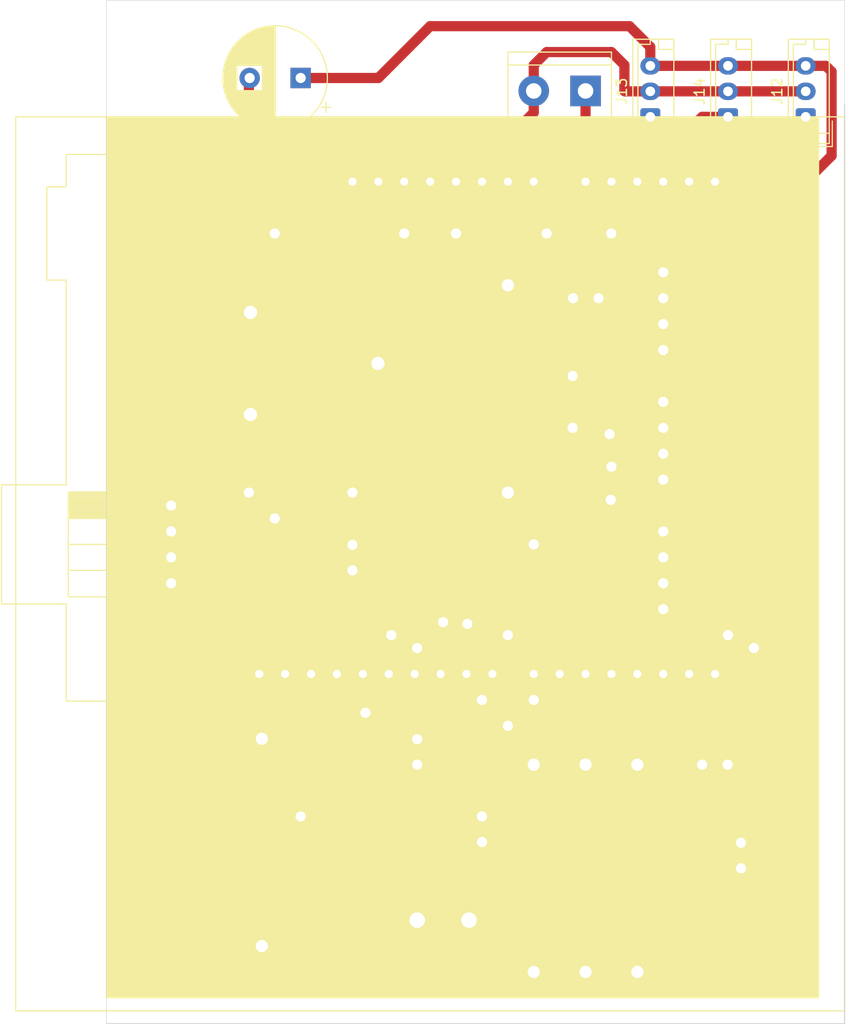
<source format=kicad_pcb>
(kicad_pcb (version 20171130) (host pcbnew "(5.1.5)-3")

  (general
    (thickness 1.6)
    (drawings 12)
    (tracks 324)
    (zones 0)
    (modules 23)
    (nets 32)
  )

  (page A4)
  (layers
    (0 F.Cu signal)
    (31 B.Cu signal)
    (32 B.Adhes user hide)
    (33 F.Adhes user hide)
    (34 B.Paste user hide)
    (35 F.Paste user hide)
    (36 B.SilkS user hide)
    (37 F.SilkS user hide)
    (38 B.Mask user hide)
    (39 F.Mask user hide)
    (40 Dwgs.User user hide)
    (41 Cmts.User user hide)
    (42 Eco1.User user hide)
    (43 Eco2.User user hide)
    (44 Edge.Cuts user)
    (45 Margin user hide)
    (46 B.CrtYd user hide)
    (47 F.CrtYd user)
    (48 B.Fab user hide)
    (49 F.Fab user)
  )

  (setup
    (last_trace_width 1)
    (user_trace_width 1)
    (trace_clearance 0.2)
    (zone_clearance 0.508)
    (zone_45_only no)
    (trace_min 0.2)
    (via_size 0.8)
    (via_drill 0.4)
    (via_min_size 0.4)
    (via_min_drill 0.3)
    (user_via 2 1)
    (uvia_size 0.3)
    (uvia_drill 0.1)
    (uvias_allowed no)
    (uvia_min_size 0.2)
    (uvia_min_drill 0.1)
    (edge_width 0.05)
    (segment_width 0.2)
    (pcb_text_width 0.3)
    (pcb_text_size 1.5 1.5)
    (mod_edge_width 0.12)
    (mod_text_size 1 1)
    (mod_text_width 0.15)
    (pad_size 1.524 1.524)
    (pad_drill 0.762)
    (pad_to_mask_clearance 0.051)
    (solder_mask_min_width 0.25)
    (aux_axis_origin 0 0)
    (visible_elements FFFFFF7F)
    (pcbplotparams
      (layerselection 0x29000_ffffffff)
      (usegerberextensions false)
      (usegerberattributes false)
      (usegerberadvancedattributes false)
      (creategerberjobfile false)
      (excludeedgelayer true)
      (linewidth 0.100000)
      (plotframeref false)
      (viasonmask false)
      (mode 1)
      (useauxorigin false)
      (hpglpennumber 1)
      (hpglpenspeed 20)
      (hpglpendiameter 15.000000)
      (psnegative false)
      (psa4output false)
      (plotreference true)
      (plotvalue true)
      (plotinvisibletext false)
      (padsonsilk false)
      (subtractmaskfromsilk false)
      (outputformat 3)
      (mirror false)
      (drillshape 1)
      (scaleselection 1)
      (outputdirectory ""))
  )

  (net 0 "")
  (net 1 "Net-(A1-Pad16)")
  (net 2 "Net-(A1-Pad15)")
  (net 3 "Net-(A1-Pad30)")
  (net 4 "Net-(A1-Pad14)")
  (net 5 GND)
  (net 6 "Net-(A1-Pad13)")
  (net 7 "Net-(A1-Pad28)")
  (net 8 "Net-(A1-Pad12)")
  (net 9 "Net-(A1-Pad27)")
  (net 10 "Net-(A1-Pad11)")
  (net 11 "Net-(A1-Pad26)")
  (net 12 "Net-(A1-Pad10)")
  (net 13 "Net-(A1-Pad25)")
  (net 14 "Net-(A1-Pad9)")
  (net 15 "Net-(A1-Pad24)")
  (net 16 "Net-(A1-Pad8)")
  (net 17 "Net-(A1-Pad23)")
  (net 18 "Net-(A1-Pad22)")
  (net 19 "Net-(A1-Pad21)")
  (net 20 +5V)
  (net 21 "Net-(A1-Pad20)")
  (net 22 +3V3)
  (net 23 "Net-(A1-Pad19)")
  (net 24 "Net-(A1-Pad3)")
  (net 25 "Net-(A1-Pad18)")
  (net 26 "Net-(A1-Pad2)")
  (net 27 "Net-(A1-Pad17)")
  (net 28 "Net-(A1-Pad1)")
  (net 29 "Net-(A1-Pad31)")
  (net 30 "Net-(A1-Pad32)")
  (net 31 "Net-(J2-Pad3)")

  (net_class Default "Dies ist die voreingestellte Netzklasse."
    (clearance 0.2)
    (trace_width 0.25)
    (via_dia 0.8)
    (via_drill 0.4)
    (uvia_dia 0.3)
    (uvia_drill 0.1)
    (add_net +3V3)
    (add_net +5V)
    (add_net GND)
    (add_net "Net-(A1-Pad1)")
    (add_net "Net-(A1-Pad10)")
    (add_net "Net-(A1-Pad11)")
    (add_net "Net-(A1-Pad12)")
    (add_net "Net-(A1-Pad13)")
    (add_net "Net-(A1-Pad14)")
    (add_net "Net-(A1-Pad15)")
    (add_net "Net-(A1-Pad16)")
    (add_net "Net-(A1-Pad17)")
    (add_net "Net-(A1-Pad18)")
    (add_net "Net-(A1-Pad19)")
    (add_net "Net-(A1-Pad2)")
    (add_net "Net-(A1-Pad20)")
    (add_net "Net-(A1-Pad21)")
    (add_net "Net-(A1-Pad22)")
    (add_net "Net-(A1-Pad23)")
    (add_net "Net-(A1-Pad24)")
    (add_net "Net-(A1-Pad25)")
    (add_net "Net-(A1-Pad26)")
    (add_net "Net-(A1-Pad27)")
    (add_net "Net-(A1-Pad28)")
    (add_net "Net-(A1-Pad3)")
    (add_net "Net-(A1-Pad30)")
    (add_net "Net-(A1-Pad31)")
    (add_net "Net-(A1-Pad32)")
    (add_net "Net-(A1-Pad8)")
    (add_net "Net-(A1-Pad9)")
    (add_net "Net-(J2-Pad3)")
  )

  (module Potentiometer_THT:Potentiometer_Piher_PT-15-V02_Vertical (layer F.Cu) (tedit 5A3D4994) (tstamp 5EABE8B9)
    (at 129.7 76.16)
    (descr "Potentiometer, vertical, Piher PT-15-V02, http://www.piher-nacesa.com/pdf/14-PT15v03.pdf")
    (tags "Potentiometer vertical Piher PT-15-V02")
    (path /5EAD2FD0)
    (fp_text reference RV1 (at 6.665 -13.75) (layer F.SilkS)
      (effects (font (size 1 1) (thickness 0.15)))
    )
    (fp_text value R_POT (at 6.665 3.25) (layer F.Fab)
      (effects (font (size 1 1) (thickness 0.15)))
    )
    (fp_text user %R (at 1.2 -5 90) (layer F.Fab)
      (effects (font (size 1 1) (thickness 0.15)))
    )
    (fp_line (start 14.75 -12.75) (end -1.45 -12.75) (layer F.CrtYd) (width 0.05))
    (fp_line (start 14.75 2.25) (end 14.75 -12.75) (layer F.CrtYd) (width 0.05))
    (fp_line (start -1.45 2.25) (end 14.75 2.25) (layer F.CrtYd) (width 0.05))
    (fp_line (start -1.45 -12.75) (end -1.45 2.25) (layer F.CrtYd) (width 0.05))
    (fp_circle (center 7.5 -5) (end 9.7 -5) (layer F.Fab) (width 0.1))
    (fp_circle (center 7.5 -5) (end 15 -5) (layer F.Fab) (width 0.1))
    (fp_arc (start 7.5 -5) (end 1.335 -0.522) (angle -55) (layer F.SilkS) (width 0.12))
    (fp_arc (start 7.5 -5) (end 0.901 -1.191) (angle -2) (layer F.SilkS) (width 0.12))
    (fp_arc (start 7.5 -5) (end 0.773 -8.578) (angle -56) (layer F.SilkS) (width 0.12))
    (fp_arc (start 7.5 -5) (end 1.039 -9.038) (angle -2) (layer F.SilkS) (width 0.12))
    (fp_arc (start 7.5 -5) (end 7.5 2.62) (angle -234) (layer F.SilkS) (width 0.12))
    (pad 1 thru_hole circle (at 0 0) (size 2.34 2.34) (drill 1.3) (layers *.Cu *.Mask)
      (net 20 +5V))
    (pad 2 thru_hole circle (at 12.5 -5) (size 2.34 2.34) (drill 1.3) (layers *.Cu *.Mask)
      (net 31 "Net-(J2-Pad3)"))
    (pad 3 thru_hole circle (at 0 -10) (size 2.34 2.34) (drill 1.3) (layers *.Cu *.Mask)
      (net 5 GND))
    (model ${KISYS3DMOD}/Potentiometer_THT.3dshapes/Potentiometer_Piher_PT-15-V02_Vertical.wrl
      (at (xyz 0 0 0))
      (scale (xyz 1 1 1))
      (rotate (xyz 0 0 0))
    )
  )

  (module Capacitor_THT:CP_Radial_D10.0mm_P5.00mm (layer F.Cu) (tedit 5AE50EF1) (tstamp 5EAC53B5)
    (at 134.62 43.18 180)
    (descr "CP, Radial series, Radial, pin pitch=5.00mm, , diameter=10mm, Electrolytic Capacitor")
    (tags "CP Radial series Radial pin pitch 5.00mm  diameter 10mm Electrolytic Capacitor")
    (path /5EB8B91F)
    (fp_text reference C1 (at 2.5 -6.25) (layer F.SilkS)
      (effects (font (size 1 1) (thickness 0.15)))
    )
    (fp_text value 470u (at 2.5 6.25) (layer F.Fab)
      (effects (font (size 1 1) (thickness 0.15)))
    )
    (fp_text user %R (at 2.5 0) (layer F.Fab)
      (effects (font (size 1 1) (thickness 0.15)))
    )
    (fp_line (start -2.479646 -3.375) (end -2.479646 -2.375) (layer F.SilkS) (width 0.12))
    (fp_line (start -2.979646 -2.875) (end -1.979646 -2.875) (layer F.SilkS) (width 0.12))
    (fp_line (start 7.581 -0.599) (end 7.581 0.599) (layer F.SilkS) (width 0.12))
    (fp_line (start 7.541 -0.862) (end 7.541 0.862) (layer F.SilkS) (width 0.12))
    (fp_line (start 7.501 -1.062) (end 7.501 1.062) (layer F.SilkS) (width 0.12))
    (fp_line (start 7.461 -1.23) (end 7.461 1.23) (layer F.SilkS) (width 0.12))
    (fp_line (start 7.421 -1.378) (end 7.421 1.378) (layer F.SilkS) (width 0.12))
    (fp_line (start 7.381 -1.51) (end 7.381 1.51) (layer F.SilkS) (width 0.12))
    (fp_line (start 7.341 -1.63) (end 7.341 1.63) (layer F.SilkS) (width 0.12))
    (fp_line (start 7.301 -1.742) (end 7.301 1.742) (layer F.SilkS) (width 0.12))
    (fp_line (start 7.261 -1.846) (end 7.261 1.846) (layer F.SilkS) (width 0.12))
    (fp_line (start 7.221 -1.944) (end 7.221 1.944) (layer F.SilkS) (width 0.12))
    (fp_line (start 7.181 -2.037) (end 7.181 2.037) (layer F.SilkS) (width 0.12))
    (fp_line (start 7.141 -2.125) (end 7.141 2.125) (layer F.SilkS) (width 0.12))
    (fp_line (start 7.101 -2.209) (end 7.101 2.209) (layer F.SilkS) (width 0.12))
    (fp_line (start 7.061 -2.289) (end 7.061 2.289) (layer F.SilkS) (width 0.12))
    (fp_line (start 7.021 -2.365) (end 7.021 2.365) (layer F.SilkS) (width 0.12))
    (fp_line (start 6.981 -2.439) (end 6.981 2.439) (layer F.SilkS) (width 0.12))
    (fp_line (start 6.941 -2.51) (end 6.941 2.51) (layer F.SilkS) (width 0.12))
    (fp_line (start 6.901 -2.579) (end 6.901 2.579) (layer F.SilkS) (width 0.12))
    (fp_line (start 6.861 -2.645) (end 6.861 2.645) (layer F.SilkS) (width 0.12))
    (fp_line (start 6.821 -2.709) (end 6.821 2.709) (layer F.SilkS) (width 0.12))
    (fp_line (start 6.781 -2.77) (end 6.781 2.77) (layer F.SilkS) (width 0.12))
    (fp_line (start 6.741 -2.83) (end 6.741 2.83) (layer F.SilkS) (width 0.12))
    (fp_line (start 6.701 -2.889) (end 6.701 2.889) (layer F.SilkS) (width 0.12))
    (fp_line (start 6.661 -2.945) (end 6.661 2.945) (layer F.SilkS) (width 0.12))
    (fp_line (start 6.621 -3) (end 6.621 3) (layer F.SilkS) (width 0.12))
    (fp_line (start 6.581 -3.054) (end 6.581 3.054) (layer F.SilkS) (width 0.12))
    (fp_line (start 6.541 -3.106) (end 6.541 3.106) (layer F.SilkS) (width 0.12))
    (fp_line (start 6.501 -3.156) (end 6.501 3.156) (layer F.SilkS) (width 0.12))
    (fp_line (start 6.461 -3.206) (end 6.461 3.206) (layer F.SilkS) (width 0.12))
    (fp_line (start 6.421 -3.254) (end 6.421 3.254) (layer F.SilkS) (width 0.12))
    (fp_line (start 6.381 -3.301) (end 6.381 3.301) (layer F.SilkS) (width 0.12))
    (fp_line (start 6.341 -3.347) (end 6.341 3.347) (layer F.SilkS) (width 0.12))
    (fp_line (start 6.301 -3.392) (end 6.301 3.392) (layer F.SilkS) (width 0.12))
    (fp_line (start 6.261 -3.436) (end 6.261 3.436) (layer F.SilkS) (width 0.12))
    (fp_line (start 6.221 1.241) (end 6.221 3.478) (layer F.SilkS) (width 0.12))
    (fp_line (start 6.221 -3.478) (end 6.221 -1.241) (layer F.SilkS) (width 0.12))
    (fp_line (start 6.181 1.241) (end 6.181 3.52) (layer F.SilkS) (width 0.12))
    (fp_line (start 6.181 -3.52) (end 6.181 -1.241) (layer F.SilkS) (width 0.12))
    (fp_line (start 6.141 1.241) (end 6.141 3.561) (layer F.SilkS) (width 0.12))
    (fp_line (start 6.141 -3.561) (end 6.141 -1.241) (layer F.SilkS) (width 0.12))
    (fp_line (start 6.101 1.241) (end 6.101 3.601) (layer F.SilkS) (width 0.12))
    (fp_line (start 6.101 -3.601) (end 6.101 -1.241) (layer F.SilkS) (width 0.12))
    (fp_line (start 6.061 1.241) (end 6.061 3.64) (layer F.SilkS) (width 0.12))
    (fp_line (start 6.061 -3.64) (end 6.061 -1.241) (layer F.SilkS) (width 0.12))
    (fp_line (start 6.021 1.241) (end 6.021 3.679) (layer F.SilkS) (width 0.12))
    (fp_line (start 6.021 -3.679) (end 6.021 -1.241) (layer F.SilkS) (width 0.12))
    (fp_line (start 5.981 1.241) (end 5.981 3.716) (layer F.SilkS) (width 0.12))
    (fp_line (start 5.981 -3.716) (end 5.981 -1.241) (layer F.SilkS) (width 0.12))
    (fp_line (start 5.941 1.241) (end 5.941 3.753) (layer F.SilkS) (width 0.12))
    (fp_line (start 5.941 -3.753) (end 5.941 -1.241) (layer F.SilkS) (width 0.12))
    (fp_line (start 5.901 1.241) (end 5.901 3.789) (layer F.SilkS) (width 0.12))
    (fp_line (start 5.901 -3.789) (end 5.901 -1.241) (layer F.SilkS) (width 0.12))
    (fp_line (start 5.861 1.241) (end 5.861 3.824) (layer F.SilkS) (width 0.12))
    (fp_line (start 5.861 -3.824) (end 5.861 -1.241) (layer F.SilkS) (width 0.12))
    (fp_line (start 5.821 1.241) (end 5.821 3.858) (layer F.SilkS) (width 0.12))
    (fp_line (start 5.821 -3.858) (end 5.821 -1.241) (layer F.SilkS) (width 0.12))
    (fp_line (start 5.781 1.241) (end 5.781 3.892) (layer F.SilkS) (width 0.12))
    (fp_line (start 5.781 -3.892) (end 5.781 -1.241) (layer F.SilkS) (width 0.12))
    (fp_line (start 5.741 1.241) (end 5.741 3.925) (layer F.SilkS) (width 0.12))
    (fp_line (start 5.741 -3.925) (end 5.741 -1.241) (layer F.SilkS) (width 0.12))
    (fp_line (start 5.701 1.241) (end 5.701 3.957) (layer F.SilkS) (width 0.12))
    (fp_line (start 5.701 -3.957) (end 5.701 -1.241) (layer F.SilkS) (width 0.12))
    (fp_line (start 5.661 1.241) (end 5.661 3.989) (layer F.SilkS) (width 0.12))
    (fp_line (start 5.661 -3.989) (end 5.661 -1.241) (layer F.SilkS) (width 0.12))
    (fp_line (start 5.621 1.241) (end 5.621 4.02) (layer F.SilkS) (width 0.12))
    (fp_line (start 5.621 -4.02) (end 5.621 -1.241) (layer F.SilkS) (width 0.12))
    (fp_line (start 5.581 1.241) (end 5.581 4.05) (layer F.SilkS) (width 0.12))
    (fp_line (start 5.581 -4.05) (end 5.581 -1.241) (layer F.SilkS) (width 0.12))
    (fp_line (start 5.541 1.241) (end 5.541 4.08) (layer F.SilkS) (width 0.12))
    (fp_line (start 5.541 -4.08) (end 5.541 -1.241) (layer F.SilkS) (width 0.12))
    (fp_line (start 5.501 1.241) (end 5.501 4.11) (layer F.SilkS) (width 0.12))
    (fp_line (start 5.501 -4.11) (end 5.501 -1.241) (layer F.SilkS) (width 0.12))
    (fp_line (start 5.461 1.241) (end 5.461 4.138) (layer F.SilkS) (width 0.12))
    (fp_line (start 5.461 -4.138) (end 5.461 -1.241) (layer F.SilkS) (width 0.12))
    (fp_line (start 5.421 1.241) (end 5.421 4.166) (layer F.SilkS) (width 0.12))
    (fp_line (start 5.421 -4.166) (end 5.421 -1.241) (layer F.SilkS) (width 0.12))
    (fp_line (start 5.381 1.241) (end 5.381 4.194) (layer F.SilkS) (width 0.12))
    (fp_line (start 5.381 -4.194) (end 5.381 -1.241) (layer F.SilkS) (width 0.12))
    (fp_line (start 5.341 1.241) (end 5.341 4.221) (layer F.SilkS) (width 0.12))
    (fp_line (start 5.341 -4.221) (end 5.341 -1.241) (layer F.SilkS) (width 0.12))
    (fp_line (start 5.301 1.241) (end 5.301 4.247) (layer F.SilkS) (width 0.12))
    (fp_line (start 5.301 -4.247) (end 5.301 -1.241) (layer F.SilkS) (width 0.12))
    (fp_line (start 5.261 1.241) (end 5.261 4.273) (layer F.SilkS) (width 0.12))
    (fp_line (start 5.261 -4.273) (end 5.261 -1.241) (layer F.SilkS) (width 0.12))
    (fp_line (start 5.221 1.241) (end 5.221 4.298) (layer F.SilkS) (width 0.12))
    (fp_line (start 5.221 -4.298) (end 5.221 -1.241) (layer F.SilkS) (width 0.12))
    (fp_line (start 5.181 1.241) (end 5.181 4.323) (layer F.SilkS) (width 0.12))
    (fp_line (start 5.181 -4.323) (end 5.181 -1.241) (layer F.SilkS) (width 0.12))
    (fp_line (start 5.141 1.241) (end 5.141 4.347) (layer F.SilkS) (width 0.12))
    (fp_line (start 5.141 -4.347) (end 5.141 -1.241) (layer F.SilkS) (width 0.12))
    (fp_line (start 5.101 1.241) (end 5.101 4.371) (layer F.SilkS) (width 0.12))
    (fp_line (start 5.101 -4.371) (end 5.101 -1.241) (layer F.SilkS) (width 0.12))
    (fp_line (start 5.061 1.241) (end 5.061 4.395) (layer F.SilkS) (width 0.12))
    (fp_line (start 5.061 -4.395) (end 5.061 -1.241) (layer F.SilkS) (width 0.12))
    (fp_line (start 5.021 1.241) (end 5.021 4.417) (layer F.SilkS) (width 0.12))
    (fp_line (start 5.021 -4.417) (end 5.021 -1.241) (layer F.SilkS) (width 0.12))
    (fp_line (start 4.981 1.241) (end 4.981 4.44) (layer F.SilkS) (width 0.12))
    (fp_line (start 4.981 -4.44) (end 4.981 -1.241) (layer F.SilkS) (width 0.12))
    (fp_line (start 4.941 1.241) (end 4.941 4.462) (layer F.SilkS) (width 0.12))
    (fp_line (start 4.941 -4.462) (end 4.941 -1.241) (layer F.SilkS) (width 0.12))
    (fp_line (start 4.901 1.241) (end 4.901 4.483) (layer F.SilkS) (width 0.12))
    (fp_line (start 4.901 -4.483) (end 4.901 -1.241) (layer F.SilkS) (width 0.12))
    (fp_line (start 4.861 1.241) (end 4.861 4.504) (layer F.SilkS) (width 0.12))
    (fp_line (start 4.861 -4.504) (end 4.861 -1.241) (layer F.SilkS) (width 0.12))
    (fp_line (start 4.821 1.241) (end 4.821 4.525) (layer F.SilkS) (width 0.12))
    (fp_line (start 4.821 -4.525) (end 4.821 -1.241) (layer F.SilkS) (width 0.12))
    (fp_line (start 4.781 1.241) (end 4.781 4.545) (layer F.SilkS) (width 0.12))
    (fp_line (start 4.781 -4.545) (end 4.781 -1.241) (layer F.SilkS) (width 0.12))
    (fp_line (start 4.741 1.241) (end 4.741 4.564) (layer F.SilkS) (width 0.12))
    (fp_line (start 4.741 -4.564) (end 4.741 -1.241) (layer F.SilkS) (width 0.12))
    (fp_line (start 4.701 1.241) (end 4.701 4.584) (layer F.SilkS) (width 0.12))
    (fp_line (start 4.701 -4.584) (end 4.701 -1.241) (layer F.SilkS) (width 0.12))
    (fp_line (start 4.661 1.241) (end 4.661 4.603) (layer F.SilkS) (width 0.12))
    (fp_line (start 4.661 -4.603) (end 4.661 -1.241) (layer F.SilkS) (width 0.12))
    (fp_line (start 4.621 1.241) (end 4.621 4.621) (layer F.SilkS) (width 0.12))
    (fp_line (start 4.621 -4.621) (end 4.621 -1.241) (layer F.SilkS) (width 0.12))
    (fp_line (start 4.581 1.241) (end 4.581 4.639) (layer F.SilkS) (width 0.12))
    (fp_line (start 4.581 -4.639) (end 4.581 -1.241) (layer F.SilkS) (width 0.12))
    (fp_line (start 4.541 1.241) (end 4.541 4.657) (layer F.SilkS) (width 0.12))
    (fp_line (start 4.541 -4.657) (end 4.541 -1.241) (layer F.SilkS) (width 0.12))
    (fp_line (start 4.501 1.241) (end 4.501 4.674) (layer F.SilkS) (width 0.12))
    (fp_line (start 4.501 -4.674) (end 4.501 -1.241) (layer F.SilkS) (width 0.12))
    (fp_line (start 4.461 1.241) (end 4.461 4.69) (layer F.SilkS) (width 0.12))
    (fp_line (start 4.461 -4.69) (end 4.461 -1.241) (layer F.SilkS) (width 0.12))
    (fp_line (start 4.421 1.241) (end 4.421 4.707) (layer F.SilkS) (width 0.12))
    (fp_line (start 4.421 -4.707) (end 4.421 -1.241) (layer F.SilkS) (width 0.12))
    (fp_line (start 4.381 1.241) (end 4.381 4.723) (layer F.SilkS) (width 0.12))
    (fp_line (start 4.381 -4.723) (end 4.381 -1.241) (layer F.SilkS) (width 0.12))
    (fp_line (start 4.341 1.241) (end 4.341 4.738) (layer F.SilkS) (width 0.12))
    (fp_line (start 4.341 -4.738) (end 4.341 -1.241) (layer F.SilkS) (width 0.12))
    (fp_line (start 4.301 1.241) (end 4.301 4.754) (layer F.SilkS) (width 0.12))
    (fp_line (start 4.301 -4.754) (end 4.301 -1.241) (layer F.SilkS) (width 0.12))
    (fp_line (start 4.261 1.241) (end 4.261 4.768) (layer F.SilkS) (width 0.12))
    (fp_line (start 4.261 -4.768) (end 4.261 -1.241) (layer F.SilkS) (width 0.12))
    (fp_line (start 4.221 1.241) (end 4.221 4.783) (layer F.SilkS) (width 0.12))
    (fp_line (start 4.221 -4.783) (end 4.221 -1.241) (layer F.SilkS) (width 0.12))
    (fp_line (start 4.181 1.241) (end 4.181 4.797) (layer F.SilkS) (width 0.12))
    (fp_line (start 4.181 -4.797) (end 4.181 -1.241) (layer F.SilkS) (width 0.12))
    (fp_line (start 4.141 1.241) (end 4.141 4.811) (layer F.SilkS) (width 0.12))
    (fp_line (start 4.141 -4.811) (end 4.141 -1.241) (layer F.SilkS) (width 0.12))
    (fp_line (start 4.101 1.241) (end 4.101 4.824) (layer F.SilkS) (width 0.12))
    (fp_line (start 4.101 -4.824) (end 4.101 -1.241) (layer F.SilkS) (width 0.12))
    (fp_line (start 4.061 1.241) (end 4.061 4.837) (layer F.SilkS) (width 0.12))
    (fp_line (start 4.061 -4.837) (end 4.061 -1.241) (layer F.SilkS) (width 0.12))
    (fp_line (start 4.021 1.241) (end 4.021 4.85) (layer F.SilkS) (width 0.12))
    (fp_line (start 4.021 -4.85) (end 4.021 -1.241) (layer F.SilkS) (width 0.12))
    (fp_line (start 3.981 1.241) (end 3.981 4.862) (layer F.SilkS) (width 0.12))
    (fp_line (start 3.981 -4.862) (end 3.981 -1.241) (layer F.SilkS) (width 0.12))
    (fp_line (start 3.941 1.241) (end 3.941 4.874) (layer F.SilkS) (width 0.12))
    (fp_line (start 3.941 -4.874) (end 3.941 -1.241) (layer F.SilkS) (width 0.12))
    (fp_line (start 3.901 1.241) (end 3.901 4.885) (layer F.SilkS) (width 0.12))
    (fp_line (start 3.901 -4.885) (end 3.901 -1.241) (layer F.SilkS) (width 0.12))
    (fp_line (start 3.861 1.241) (end 3.861 4.897) (layer F.SilkS) (width 0.12))
    (fp_line (start 3.861 -4.897) (end 3.861 -1.241) (layer F.SilkS) (width 0.12))
    (fp_line (start 3.821 1.241) (end 3.821 4.907) (layer F.SilkS) (width 0.12))
    (fp_line (start 3.821 -4.907) (end 3.821 -1.241) (layer F.SilkS) (width 0.12))
    (fp_line (start 3.781 1.241) (end 3.781 4.918) (layer F.SilkS) (width 0.12))
    (fp_line (start 3.781 -4.918) (end 3.781 -1.241) (layer F.SilkS) (width 0.12))
    (fp_line (start 3.741 -4.928) (end 3.741 4.928) (layer F.SilkS) (width 0.12))
    (fp_line (start 3.701 -4.938) (end 3.701 4.938) (layer F.SilkS) (width 0.12))
    (fp_line (start 3.661 -4.947) (end 3.661 4.947) (layer F.SilkS) (width 0.12))
    (fp_line (start 3.621 -4.956) (end 3.621 4.956) (layer F.SilkS) (width 0.12))
    (fp_line (start 3.581 -4.965) (end 3.581 4.965) (layer F.SilkS) (width 0.12))
    (fp_line (start 3.541 -4.974) (end 3.541 4.974) (layer F.SilkS) (width 0.12))
    (fp_line (start 3.501 -4.982) (end 3.501 4.982) (layer F.SilkS) (width 0.12))
    (fp_line (start 3.461 -4.99) (end 3.461 4.99) (layer F.SilkS) (width 0.12))
    (fp_line (start 3.421 -4.997) (end 3.421 4.997) (layer F.SilkS) (width 0.12))
    (fp_line (start 3.381 -5.004) (end 3.381 5.004) (layer F.SilkS) (width 0.12))
    (fp_line (start 3.341 -5.011) (end 3.341 5.011) (layer F.SilkS) (width 0.12))
    (fp_line (start 3.301 -5.018) (end 3.301 5.018) (layer F.SilkS) (width 0.12))
    (fp_line (start 3.261 -5.024) (end 3.261 5.024) (layer F.SilkS) (width 0.12))
    (fp_line (start 3.221 -5.03) (end 3.221 5.03) (layer F.SilkS) (width 0.12))
    (fp_line (start 3.18 -5.035) (end 3.18 5.035) (layer F.SilkS) (width 0.12))
    (fp_line (start 3.14 -5.04) (end 3.14 5.04) (layer F.SilkS) (width 0.12))
    (fp_line (start 3.1 -5.045) (end 3.1 5.045) (layer F.SilkS) (width 0.12))
    (fp_line (start 3.06 -5.05) (end 3.06 5.05) (layer F.SilkS) (width 0.12))
    (fp_line (start 3.02 -5.054) (end 3.02 5.054) (layer F.SilkS) (width 0.12))
    (fp_line (start 2.98 -5.058) (end 2.98 5.058) (layer F.SilkS) (width 0.12))
    (fp_line (start 2.94 -5.062) (end 2.94 5.062) (layer F.SilkS) (width 0.12))
    (fp_line (start 2.9 -5.065) (end 2.9 5.065) (layer F.SilkS) (width 0.12))
    (fp_line (start 2.86 -5.068) (end 2.86 5.068) (layer F.SilkS) (width 0.12))
    (fp_line (start 2.82 -5.07) (end 2.82 5.07) (layer F.SilkS) (width 0.12))
    (fp_line (start 2.78 -5.073) (end 2.78 5.073) (layer F.SilkS) (width 0.12))
    (fp_line (start 2.74 -5.075) (end 2.74 5.075) (layer F.SilkS) (width 0.12))
    (fp_line (start 2.7 -5.077) (end 2.7 5.077) (layer F.SilkS) (width 0.12))
    (fp_line (start 2.66 -5.078) (end 2.66 5.078) (layer F.SilkS) (width 0.12))
    (fp_line (start 2.62 -5.079) (end 2.62 5.079) (layer F.SilkS) (width 0.12))
    (fp_line (start 2.58 -5.08) (end 2.58 5.08) (layer F.SilkS) (width 0.12))
    (fp_line (start 2.54 -5.08) (end 2.54 5.08) (layer F.SilkS) (width 0.12))
    (fp_line (start 2.5 -5.08) (end 2.5 5.08) (layer F.SilkS) (width 0.12))
    (fp_line (start -1.288861 -2.6875) (end -1.288861 -1.6875) (layer F.Fab) (width 0.1))
    (fp_line (start -1.788861 -2.1875) (end -0.788861 -2.1875) (layer F.Fab) (width 0.1))
    (fp_circle (center 2.5 0) (end 7.75 0) (layer F.CrtYd) (width 0.05))
    (fp_circle (center 2.5 0) (end 7.62 0) (layer F.SilkS) (width 0.12))
    (fp_circle (center 2.5 0) (end 7.5 0) (layer F.Fab) (width 0.1))
    (pad 2 thru_hole circle (at 5 0 180) (size 2 2) (drill 1) (layers *.Cu *.Mask)
      (net 5 GND))
    (pad 1 thru_hole rect (at 0 0 180) (size 2 2) (drill 1) (layers *.Cu *.Mask)
      (net 20 +5V))
    (model ${KISYS3DMOD}/Capacitor_THT.3dshapes/CP_Radial_D10.0mm_P5.00mm.wrl
      (at (xyz 0 0 0))
      (scale (xyz 1 1 1))
      (rotate (xyz 0 0 0))
    )
  )

  (module TerminalBlock:TerminalBlock_bornier-2_P5.08mm (layer F.Cu) (tedit 59FF03AB) (tstamp 5EAC2BEF)
    (at 162.56 44.45 180)
    (descr "simple 2-pin terminal block, pitch 5.08mm, revamped version of bornier2")
    (tags "terminal block bornier2")
    (path /5EB4596D)
    (fp_text reference J11 (at 2.54 -5.08) (layer F.SilkS)
      (effects (font (size 1 1) (thickness 0.15)))
    )
    (fp_text value Conn_01x02_Male (at 2.54 5.08) (layer F.Fab)
      (effects (font (size 1 1) (thickness 0.15)))
    )
    (fp_line (start 7.79 4) (end -2.71 4) (layer F.CrtYd) (width 0.05))
    (fp_line (start 7.79 4) (end 7.79 -4) (layer F.CrtYd) (width 0.05))
    (fp_line (start -2.71 -4) (end -2.71 4) (layer F.CrtYd) (width 0.05))
    (fp_line (start -2.71 -4) (end 7.79 -4) (layer F.CrtYd) (width 0.05))
    (fp_line (start -2.54 3.81) (end 7.62 3.81) (layer F.SilkS) (width 0.12))
    (fp_line (start -2.54 -3.81) (end -2.54 3.81) (layer F.SilkS) (width 0.12))
    (fp_line (start 7.62 -3.81) (end -2.54 -3.81) (layer F.SilkS) (width 0.12))
    (fp_line (start 7.62 3.81) (end 7.62 -3.81) (layer F.SilkS) (width 0.12))
    (fp_line (start 7.62 2.54) (end -2.54 2.54) (layer F.SilkS) (width 0.12))
    (fp_line (start 7.54 -3.75) (end -2.46 -3.75) (layer F.Fab) (width 0.1))
    (fp_line (start 7.54 3.75) (end 7.54 -3.75) (layer F.Fab) (width 0.1))
    (fp_line (start -2.46 3.75) (end 7.54 3.75) (layer F.Fab) (width 0.1))
    (fp_line (start -2.46 -3.75) (end -2.46 3.75) (layer F.Fab) (width 0.1))
    (fp_line (start -2.41 2.55) (end 7.49 2.55) (layer F.Fab) (width 0.1))
    (fp_text user %R (at 2.54 0) (layer F.Fab)
      (effects (font (size 1 1) (thickness 0.15)))
    )
    (pad 2 thru_hole circle (at 5.08 0 180) (size 3 3) (drill 1.52) (layers *.Cu *.Mask)
      (net 5 GND))
    (pad 1 thru_hole rect (at 0 0 180) (size 3 3) (drill 1.52) (layers *.Cu *.Mask)
      (net 16 "Net-(A1-Pad8)"))
    (model ${KISYS3DMOD}/TerminalBlock.3dshapes/TerminalBlock_bornier-2_P5.08mm.wrl
      (offset (xyz 2.539999961853027 0 0))
      (scale (xyz 1 1 1))
      (rotate (xyz 0 0 0))
    )
  )

  (module Resistor_THT:R_Axial_DIN0414_L11.9mm_D4.5mm_P20.32mm_Horizontal (layer F.Cu) (tedit 5AE5139B) (tstamp 5EAC2D39)
    (at 130.81 128.27 90)
    (descr "Resistor, Axial_DIN0414 series, Axial, Horizontal, pin pitch=20.32mm, 2W, length*diameter=11.9*4.5mm^2, http://www.vishay.com/docs/20128/wkxwrx.pdf")
    (tags "Resistor Axial_DIN0414 series Axial Horizontal pin pitch 20.32mm 2W length 11.9mm diameter 4.5mm")
    (path /5EB7676D)
    (fp_text reference R5 (at 10.16 -3.37 90) (layer F.SilkS)
      (effects (font (size 1 1) (thickness 0.15)))
    )
    (fp_text value 10k (at 10.16 3.37 90) (layer F.Fab)
      (effects (font (size 1 1) (thickness 0.15)))
    )
    (fp_text user %R (at 10.16 0 90) (layer F.Fab)
      (effects (font (size 1 1) (thickness 0.15)))
    )
    (fp_line (start 21.77 -2.5) (end -1.45 -2.5) (layer F.CrtYd) (width 0.05))
    (fp_line (start 21.77 2.5) (end 21.77 -2.5) (layer F.CrtYd) (width 0.05))
    (fp_line (start -1.45 2.5) (end 21.77 2.5) (layer F.CrtYd) (width 0.05))
    (fp_line (start -1.45 -2.5) (end -1.45 2.5) (layer F.CrtYd) (width 0.05))
    (fp_line (start 18.88 0) (end 16.23 0) (layer F.SilkS) (width 0.12))
    (fp_line (start 1.44 0) (end 4.09 0) (layer F.SilkS) (width 0.12))
    (fp_line (start 16.23 -2.37) (end 4.09 -2.37) (layer F.SilkS) (width 0.12))
    (fp_line (start 16.23 2.37) (end 16.23 -2.37) (layer F.SilkS) (width 0.12))
    (fp_line (start 4.09 2.37) (end 16.23 2.37) (layer F.SilkS) (width 0.12))
    (fp_line (start 4.09 -2.37) (end 4.09 2.37) (layer F.SilkS) (width 0.12))
    (fp_line (start 20.32 0) (end 16.11 0) (layer F.Fab) (width 0.1))
    (fp_line (start 0 0) (end 4.21 0) (layer F.Fab) (width 0.1))
    (fp_line (start 16.11 -2.25) (end 4.21 -2.25) (layer F.Fab) (width 0.1))
    (fp_line (start 16.11 2.25) (end 16.11 -2.25) (layer F.Fab) (width 0.1))
    (fp_line (start 4.21 2.25) (end 16.11 2.25) (layer F.Fab) (width 0.1))
    (fp_line (start 4.21 -2.25) (end 4.21 2.25) (layer F.Fab) (width 0.1))
    (pad 2 thru_hole oval (at 20.32 0 90) (size 2.4 2.4) (drill 1.2) (layers *.Cu *.Mask)
      (net 5 GND))
    (pad 1 thru_hole circle (at 0 0 90) (size 2.4 2.4) (drill 1.2) (layers *.Cu *.Mask)
      (net 7 "Net-(A1-Pad28)"))
    (model ${KISYS3DMOD}/Resistor_THT.3dshapes/R_Axial_DIN0414_L11.9mm_D4.5mm_P20.32mm_Horizontal.wrl
      (at (xyz 0 0 0))
      (scale (xyz 1 1 1))
      (rotate (xyz 0 0 0))
    )
  )

  (module Connector_JST:JST_EH_B2B-EH-A_1x02_P2.50mm_Vertical (layer F.Cu) (tedit 5C28142C) (tstamp 5EAC2C72)
    (at 139.7 91.44 90)
    (descr "JST EH series connector, B2B-EH-A (http://www.jst-mfg.com/product/pdf/eng/eEH.pdf), generated with kicad-footprint-generator")
    (tags "connector JST EH vertical")
    (path /5EB6FEE2)
    (fp_text reference J15 (at 1.25 -2.8 90) (layer F.SilkS)
      (effects (font (size 1 1) (thickness 0.15)))
    )
    (fp_text value Conn_01x02_Male (at 1.25 3.4 90) (layer F.Fab)
      (effects (font (size 1 1) (thickness 0.15)))
    )
    (fp_text user %R (at 1.25 1.5 90) (layer F.Fab)
      (effects (font (size 1 1) (thickness 0.15)))
    )
    (fp_line (start -2.91 2.61) (end -0.41 2.61) (layer F.Fab) (width 0.1))
    (fp_line (start -2.91 0.11) (end -2.91 2.61) (layer F.Fab) (width 0.1))
    (fp_line (start -2.91 2.61) (end -0.41 2.61) (layer F.SilkS) (width 0.12))
    (fp_line (start -2.91 0.11) (end -2.91 2.61) (layer F.SilkS) (width 0.12))
    (fp_line (start 4.11 0.81) (end 4.11 2.31) (layer F.SilkS) (width 0.12))
    (fp_line (start 5.11 0.81) (end 4.11 0.81) (layer F.SilkS) (width 0.12))
    (fp_line (start -1.61 0.81) (end -1.61 2.31) (layer F.SilkS) (width 0.12))
    (fp_line (start -2.61 0.81) (end -1.61 0.81) (layer F.SilkS) (width 0.12))
    (fp_line (start 4.61 0) (end 5.11 0) (layer F.SilkS) (width 0.12))
    (fp_line (start 4.61 -1.21) (end 4.61 0) (layer F.SilkS) (width 0.12))
    (fp_line (start -2.11 -1.21) (end 4.61 -1.21) (layer F.SilkS) (width 0.12))
    (fp_line (start -2.11 0) (end -2.11 -1.21) (layer F.SilkS) (width 0.12))
    (fp_line (start -2.61 0) (end -2.11 0) (layer F.SilkS) (width 0.12))
    (fp_line (start 5.11 -1.71) (end -2.61 -1.71) (layer F.SilkS) (width 0.12))
    (fp_line (start 5.11 2.31) (end 5.11 -1.71) (layer F.SilkS) (width 0.12))
    (fp_line (start -2.61 2.31) (end 5.11 2.31) (layer F.SilkS) (width 0.12))
    (fp_line (start -2.61 -1.71) (end -2.61 2.31) (layer F.SilkS) (width 0.12))
    (fp_line (start 5.5 -2.1) (end -3 -2.1) (layer F.CrtYd) (width 0.05))
    (fp_line (start 5.5 2.7) (end 5.5 -2.1) (layer F.CrtYd) (width 0.05))
    (fp_line (start -3 2.7) (end 5.5 2.7) (layer F.CrtYd) (width 0.05))
    (fp_line (start -3 -2.1) (end -3 2.7) (layer F.CrtYd) (width 0.05))
    (fp_line (start 5 -1.6) (end -2.5 -1.6) (layer F.Fab) (width 0.1))
    (fp_line (start 5 2.2) (end 5 -1.6) (layer F.Fab) (width 0.1))
    (fp_line (start -2.5 2.2) (end 5 2.2) (layer F.Fab) (width 0.1))
    (fp_line (start -2.5 -1.6) (end -2.5 2.2) (layer F.Fab) (width 0.1))
    (pad 2 thru_hole oval (at 2.5 0 90) (size 1.7 2) (drill 1) (layers *.Cu *.Mask)
      (net 20 +5V))
    (pad 1 thru_hole roundrect (at 0 0 90) (size 1.7 2) (drill 1) (layers *.Cu *.Mask) (roundrect_rratio 0.147059)
      (net 7 "Net-(A1-Pad28)"))
    (model ${KISYS3DMOD}/Connector_JST.3dshapes/JST_EH_B2B-EH-A_1x02_P2.50mm_Vertical.wrl
      (at (xyz 0 0 0))
      (scale (xyz 1 1 1))
      (rotate (xyz 0 0 0))
    )
  )

  (module Connector_JST:JST_EH_B3B-EH-A_1x03_P2.50mm_Vertical (layer F.Cu) (tedit 5C28142C) (tstamp 5EAC2C52)
    (at 176.53 46.99 90)
    (descr "JST EH series connector, B3B-EH-A (http://www.jst-mfg.com/product/pdf/eng/eEH.pdf), generated with kicad-footprint-generator")
    (tags "connector JST EH vertical")
    (path /5EB4CB38)
    (fp_text reference J14 (at 2.5 -2.8 90) (layer F.SilkS)
      (effects (font (size 1 1) (thickness 0.15)))
    )
    (fp_text value Conn_01x03_Male (at 2.5 3.4 90) (layer F.Fab)
      (effects (font (size 1 1) (thickness 0.15)))
    )
    (fp_text user %R (at 2.5 1.5 90) (layer F.Fab)
      (effects (font (size 1 1) (thickness 0.15)))
    )
    (fp_line (start -2.91 2.61) (end -0.41 2.61) (layer F.Fab) (width 0.1))
    (fp_line (start -2.91 0.11) (end -2.91 2.61) (layer F.Fab) (width 0.1))
    (fp_line (start -2.91 2.61) (end -0.41 2.61) (layer F.SilkS) (width 0.12))
    (fp_line (start -2.91 0.11) (end -2.91 2.61) (layer F.SilkS) (width 0.12))
    (fp_line (start 6.61 0.81) (end 6.61 2.31) (layer F.SilkS) (width 0.12))
    (fp_line (start 7.61 0.81) (end 6.61 0.81) (layer F.SilkS) (width 0.12))
    (fp_line (start -1.61 0.81) (end -1.61 2.31) (layer F.SilkS) (width 0.12))
    (fp_line (start -2.61 0.81) (end -1.61 0.81) (layer F.SilkS) (width 0.12))
    (fp_line (start 7.11 0) (end 7.61 0) (layer F.SilkS) (width 0.12))
    (fp_line (start 7.11 -1.21) (end 7.11 0) (layer F.SilkS) (width 0.12))
    (fp_line (start -2.11 -1.21) (end 7.11 -1.21) (layer F.SilkS) (width 0.12))
    (fp_line (start -2.11 0) (end -2.11 -1.21) (layer F.SilkS) (width 0.12))
    (fp_line (start -2.61 0) (end -2.11 0) (layer F.SilkS) (width 0.12))
    (fp_line (start 7.61 -1.71) (end -2.61 -1.71) (layer F.SilkS) (width 0.12))
    (fp_line (start 7.61 2.31) (end 7.61 -1.71) (layer F.SilkS) (width 0.12))
    (fp_line (start -2.61 2.31) (end 7.61 2.31) (layer F.SilkS) (width 0.12))
    (fp_line (start -2.61 -1.71) (end -2.61 2.31) (layer F.SilkS) (width 0.12))
    (fp_line (start 8 -2.1) (end -3 -2.1) (layer F.CrtYd) (width 0.05))
    (fp_line (start 8 2.7) (end 8 -2.1) (layer F.CrtYd) (width 0.05))
    (fp_line (start -3 2.7) (end 8 2.7) (layer F.CrtYd) (width 0.05))
    (fp_line (start -3 -2.1) (end -3 2.7) (layer F.CrtYd) (width 0.05))
    (fp_line (start 7.5 -1.6) (end -2.5 -1.6) (layer F.Fab) (width 0.1))
    (fp_line (start 7.5 2.2) (end 7.5 -1.6) (layer F.Fab) (width 0.1))
    (fp_line (start -2.5 2.2) (end 7.5 2.2) (layer F.Fab) (width 0.1))
    (fp_line (start -2.5 -1.6) (end -2.5 2.2) (layer F.Fab) (width 0.1))
    (pad 3 thru_hole oval (at 5 0 90) (size 1.7 1.95) (drill 0.95) (layers *.Cu *.Mask)
      (net 20 +5V))
    (pad 2 thru_hole oval (at 2.5 0 90) (size 1.7 1.95) (drill 0.95) (layers *.Cu *.Mask)
      (net 5 GND))
    (pad 1 thru_hole roundrect (at 0 0 90) (size 1.7 1.95) (drill 0.95) (layers *.Cu *.Mask) (roundrect_rratio 0.147059)
      (net 8 "Net-(A1-Pad12)"))
    (model ${KISYS3DMOD}/Connector_JST.3dshapes/JST_EH_B3B-EH-A_1x03_P2.50mm_Vertical.wrl
      (at (xyz 0 0 0))
      (scale (xyz 1 1 1))
      (rotate (xyz 0 0 0))
    )
  )

  (module Connector_JST:JST_EH_B3B-EH-A_1x03_P2.50mm_Vertical (layer F.Cu) (tedit 5C28142C) (tstamp 5EAC2C31)
    (at 168.91 46.99 90)
    (descr "JST EH series connector, B3B-EH-A (http://www.jst-mfg.com/product/pdf/eng/eEH.pdf), generated with kicad-footprint-generator")
    (tags "connector JST EH vertical")
    (path /5EB4C8E2)
    (fp_text reference J13 (at 2.5 -2.8 90) (layer F.SilkS)
      (effects (font (size 1 1) (thickness 0.15)))
    )
    (fp_text value Conn_01x03_Male (at 2.5 3.4 90) (layer F.Fab)
      (effects (font (size 1 1) (thickness 0.15)))
    )
    (fp_text user %R (at 2.5 1.5 90) (layer F.Fab)
      (effects (font (size 1 1) (thickness 0.15)))
    )
    (fp_line (start -2.91 2.61) (end -0.41 2.61) (layer F.Fab) (width 0.1))
    (fp_line (start -2.91 0.11) (end -2.91 2.61) (layer F.Fab) (width 0.1))
    (fp_line (start -2.91 2.61) (end -0.41 2.61) (layer F.SilkS) (width 0.12))
    (fp_line (start -2.91 0.11) (end -2.91 2.61) (layer F.SilkS) (width 0.12))
    (fp_line (start 6.61 0.81) (end 6.61 2.31) (layer F.SilkS) (width 0.12))
    (fp_line (start 7.61 0.81) (end 6.61 0.81) (layer F.SilkS) (width 0.12))
    (fp_line (start -1.61 0.81) (end -1.61 2.31) (layer F.SilkS) (width 0.12))
    (fp_line (start -2.61 0.81) (end -1.61 0.81) (layer F.SilkS) (width 0.12))
    (fp_line (start 7.11 0) (end 7.61 0) (layer F.SilkS) (width 0.12))
    (fp_line (start 7.11 -1.21) (end 7.11 0) (layer F.SilkS) (width 0.12))
    (fp_line (start -2.11 -1.21) (end 7.11 -1.21) (layer F.SilkS) (width 0.12))
    (fp_line (start -2.11 0) (end -2.11 -1.21) (layer F.SilkS) (width 0.12))
    (fp_line (start -2.61 0) (end -2.11 0) (layer F.SilkS) (width 0.12))
    (fp_line (start 7.61 -1.71) (end -2.61 -1.71) (layer F.SilkS) (width 0.12))
    (fp_line (start 7.61 2.31) (end 7.61 -1.71) (layer F.SilkS) (width 0.12))
    (fp_line (start -2.61 2.31) (end 7.61 2.31) (layer F.SilkS) (width 0.12))
    (fp_line (start -2.61 -1.71) (end -2.61 2.31) (layer F.SilkS) (width 0.12))
    (fp_line (start 8 -2.1) (end -3 -2.1) (layer F.CrtYd) (width 0.05))
    (fp_line (start 8 2.7) (end 8 -2.1) (layer F.CrtYd) (width 0.05))
    (fp_line (start -3 2.7) (end 8 2.7) (layer F.CrtYd) (width 0.05))
    (fp_line (start -3 -2.1) (end -3 2.7) (layer F.CrtYd) (width 0.05))
    (fp_line (start 7.5 -1.6) (end -2.5 -1.6) (layer F.Fab) (width 0.1))
    (fp_line (start 7.5 2.2) (end 7.5 -1.6) (layer F.Fab) (width 0.1))
    (fp_line (start -2.5 2.2) (end 7.5 2.2) (layer F.Fab) (width 0.1))
    (fp_line (start -2.5 -1.6) (end -2.5 2.2) (layer F.Fab) (width 0.1))
    (pad 3 thru_hole oval (at 5 0 90) (size 1.7 1.95) (drill 0.95) (layers *.Cu *.Mask)
      (net 20 +5V))
    (pad 2 thru_hole oval (at 2.5 0 90) (size 1.7 1.95) (drill 0.95) (layers *.Cu *.Mask)
      (net 5 GND))
    (pad 1 thru_hole roundrect (at 0 0 90) (size 1.7 1.95) (drill 0.95) (layers *.Cu *.Mask) (roundrect_rratio 0.147059)
      (net 10 "Net-(A1-Pad11)"))
    (model ${KISYS3DMOD}/Connector_JST.3dshapes/JST_EH_B3B-EH-A_1x03_P2.50mm_Vertical.wrl
      (at (xyz 0 0 0))
      (scale (xyz 1 1 1))
      (rotate (xyz 0 0 0))
    )
  )

  (module Connector_JST:JST_EH_B3B-EH-A_1x03_P2.50mm_Vertical (layer F.Cu) (tedit 5C28142C) (tstamp 5EAC2C10)
    (at 184.15 46.99 90)
    (descr "JST EH series connector, B3B-EH-A (http://www.jst-mfg.com/product/pdf/eng/eEH.pdf), generated with kicad-footprint-generator")
    (tags "connector JST EH vertical")
    (path /5EB4BCF3)
    (fp_text reference J12 (at 2.5 -2.8 90) (layer F.SilkS)
      (effects (font (size 1 1) (thickness 0.15)))
    )
    (fp_text value Conn_01x03_Male (at 2.5 3.4 90) (layer F.Fab)
      (effects (font (size 1 1) (thickness 0.15)))
    )
    (fp_text user %R (at 2.5 1.5 90) (layer F.Fab)
      (effects (font (size 1 1) (thickness 0.15)))
    )
    (fp_line (start -2.91 2.61) (end -0.41 2.61) (layer F.Fab) (width 0.1))
    (fp_line (start -2.91 0.11) (end -2.91 2.61) (layer F.Fab) (width 0.1))
    (fp_line (start -2.91 2.61) (end -0.41 2.61) (layer F.SilkS) (width 0.12))
    (fp_line (start -2.91 0.11) (end -2.91 2.61) (layer F.SilkS) (width 0.12))
    (fp_line (start 6.61 0.81) (end 6.61 2.31) (layer F.SilkS) (width 0.12))
    (fp_line (start 7.61 0.81) (end 6.61 0.81) (layer F.SilkS) (width 0.12))
    (fp_line (start -1.61 0.81) (end -1.61 2.31) (layer F.SilkS) (width 0.12))
    (fp_line (start -2.61 0.81) (end -1.61 0.81) (layer F.SilkS) (width 0.12))
    (fp_line (start 7.11 0) (end 7.61 0) (layer F.SilkS) (width 0.12))
    (fp_line (start 7.11 -1.21) (end 7.11 0) (layer F.SilkS) (width 0.12))
    (fp_line (start -2.11 -1.21) (end 7.11 -1.21) (layer F.SilkS) (width 0.12))
    (fp_line (start -2.11 0) (end -2.11 -1.21) (layer F.SilkS) (width 0.12))
    (fp_line (start -2.61 0) (end -2.11 0) (layer F.SilkS) (width 0.12))
    (fp_line (start 7.61 -1.71) (end -2.61 -1.71) (layer F.SilkS) (width 0.12))
    (fp_line (start 7.61 2.31) (end 7.61 -1.71) (layer F.SilkS) (width 0.12))
    (fp_line (start -2.61 2.31) (end 7.61 2.31) (layer F.SilkS) (width 0.12))
    (fp_line (start -2.61 -1.71) (end -2.61 2.31) (layer F.SilkS) (width 0.12))
    (fp_line (start 8 -2.1) (end -3 -2.1) (layer F.CrtYd) (width 0.05))
    (fp_line (start 8 2.7) (end 8 -2.1) (layer F.CrtYd) (width 0.05))
    (fp_line (start -3 2.7) (end 8 2.7) (layer F.CrtYd) (width 0.05))
    (fp_line (start -3 -2.1) (end -3 2.7) (layer F.CrtYd) (width 0.05))
    (fp_line (start 7.5 -1.6) (end -2.5 -1.6) (layer F.Fab) (width 0.1))
    (fp_line (start 7.5 2.2) (end 7.5 -1.6) (layer F.Fab) (width 0.1))
    (fp_line (start -2.5 2.2) (end 7.5 2.2) (layer F.Fab) (width 0.1))
    (fp_line (start -2.5 -1.6) (end -2.5 2.2) (layer F.Fab) (width 0.1))
    (pad 3 thru_hole oval (at 5 0 90) (size 1.7 1.95) (drill 0.95) (layers *.Cu *.Mask)
      (net 20 +5V))
    (pad 2 thru_hole oval (at 2.5 0 90) (size 1.7 1.95) (drill 0.95) (layers *.Cu *.Mask)
      (net 5 GND))
    (pad 1 thru_hole roundrect (at 0 0 90) (size 1.7 1.95) (drill 0.95) (layers *.Cu *.Mask) (roundrect_rratio 0.147059)
      (net 12 "Net-(A1-Pad10)"))
    (model ${KISYS3DMOD}/Connector_JST.3dshapes/JST_EH_B3B-EH-A_1x03_P2.50mm_Vertical.wrl
      (at (xyz 0 0 0))
      (scale (xyz 1 1 1))
      (rotate (xyz 0 0 0))
    )
  )

  (module Module:Arduino_UNO_R3 (layer F.Cu) (tedit 58AB60FC) (tstamp 5EAB25A8)
    (at 139.7 53.34)
    (descr "Arduino UNO R3, http://www.mouser.com/pdfdocs/Gravitech_Arduino_Nano3_0.pdf")
    (tags "Arduino UNO R3")
    (path /5EAAD134)
    (fp_text reference A1 (at 1.27 -3.81 180) (layer B.Fab) hide
      (effects (font (size 1 1) (thickness 0.15)) (justify mirror))
    )
    (fp_text value Arduino_UNO_R3 (at 0 22.86) (layer B.Fab) hide
      (effects (font (size 1 1) (thickness 0.15)) (justify mirror))
    )
    (fp_line (start -27.94 -2.54) (end 38.1 -2.54) (layer F.Fab) (width 0.1))
    (fp_line (start -27.94 50.8) (end -27.94 -2.54) (layer F.Fab) (width 0.1))
    (fp_line (start 36.58 50.8) (end -27.94 50.8) (layer F.Fab) (width 0.1))
    (fp_line (start 38.1 49.28) (end 36.58 50.8) (layer F.Fab) (width 0.1))
    (fp_line (start 38.1 0) (end 40.64 2.54) (layer F.Fab) (width 0.1))
    (fp_line (start 38.1 -2.54) (end 38.1 0) (layer F.Fab) (width 0.1))
    (fp_line (start 40.64 35.31) (end 38.1 37.85) (layer F.Fab) (width 0.1))
    (fp_line (start 40.64 2.54) (end 40.64 35.31) (layer F.Fab) (width 0.1))
    (fp_line (start 38.1 37.85) (end 38.1 49.28) (layer F.Fab) (width 0.1))
    (fp_line (start -29.84 9.53) (end -29.84 0.64) (layer F.Fab) (width 0.1))
    (fp_line (start -16.51 9.53) (end -29.84 9.53) (layer F.Fab) (width 0.1))
    (fp_line (start -16.51 0.64) (end -16.51 9.53) (layer F.Fab) (width 0.1))
    (fp_line (start -29.84 0.64) (end -16.51 0.64) (layer F.Fab) (width 0.1))
    (fp_line (start -34.29 41.27) (end -34.29 29.84) (layer F.Fab) (width 0.1))
    (fp_line (start -18.41 41.27) (end -34.29 41.27) (layer F.Fab) (width 0.1))
    (fp_line (start -18.41 29.84) (end -18.41 41.27) (layer F.Fab) (width 0.1))
    (fp_line (start -34.29 29.84) (end -18.41 29.84) (layer F.Fab) (width 0.1))
    (fp_line (start 38.23 37.85) (end 40.77 35.31) (layer F.SilkS) (width 0.12))
    (fp_line (start 38.23 49.28) (end 38.23 37.85) (layer F.SilkS) (width 0.12))
    (fp_line (start 36.58 50.93) (end 38.23 49.28) (layer F.SilkS) (width 0.12))
    (fp_line (start -28.07 50.93) (end 36.58 50.93) (layer F.SilkS) (width 0.12))
    (fp_line (start -28.07 41.4) (end -28.07 50.93) (layer F.SilkS) (width 0.12))
    (fp_line (start -34.42 41.4) (end -28.07 41.4) (layer F.SilkS) (width 0.12))
    (fp_line (start -34.42 29.72) (end -34.42 41.4) (layer F.SilkS) (width 0.12))
    (fp_line (start -28.07 29.72) (end -34.42 29.72) (layer F.SilkS) (width 0.12))
    (fp_line (start -28.07 9.65) (end -28.07 29.72) (layer F.SilkS) (width 0.12))
    (fp_line (start -29.97 9.65) (end -28.07 9.65) (layer F.SilkS) (width 0.12))
    (fp_line (start -29.97 0.51) (end -29.97 9.65) (layer F.SilkS) (width 0.12))
    (fp_line (start -28.07 0.51) (end -29.97 0.51) (layer F.SilkS) (width 0.12))
    (fp_line (start -28.07 -2.67) (end -28.07 0.51) (layer F.SilkS) (width 0.12))
    (fp_line (start 38.23 -2.67) (end -28.07 -2.67) (layer F.SilkS) (width 0.12))
    (fp_line (start 38.23 0) (end 38.23 -2.67) (layer F.SilkS) (width 0.12))
    (fp_line (start 40.77 2.54) (end 38.23 0) (layer F.SilkS) (width 0.12))
    (fp_line (start 40.77 35.31) (end 40.77 2.54) (layer F.SilkS) (width 0.12))
    (fp_line (start -28.19 -2.79) (end 38.35 -2.79) (layer F.CrtYd) (width 0.05))
    (fp_line (start -28.19 0.38) (end -28.19 -2.79) (layer F.CrtYd) (width 0.05))
    (fp_line (start -30.1 0.38) (end -28.19 0.38) (layer F.CrtYd) (width 0.05))
    (fp_line (start -30.1 9.78) (end -30.1 0.38) (layer F.CrtYd) (width 0.05))
    (fp_line (start -28.19 9.78) (end -30.1 9.78) (layer F.CrtYd) (width 0.05))
    (fp_line (start -28.19 29.59) (end -28.19 9.78) (layer F.CrtYd) (width 0.05))
    (fp_line (start -34.54 29.59) (end -28.19 29.59) (layer F.CrtYd) (width 0.05))
    (fp_line (start -34.54 41.53) (end -34.54 29.59) (layer F.CrtYd) (width 0.05))
    (fp_line (start -28.19 41.53) (end -34.54 41.53) (layer F.CrtYd) (width 0.05))
    (fp_line (start -28.19 51.05) (end -28.19 41.53) (layer F.CrtYd) (width 0.05))
    (fp_line (start 36.58 51.05) (end -28.19 51.05) (layer F.CrtYd) (width 0.05))
    (fp_line (start 38.35 49.28) (end 36.58 51.05) (layer F.CrtYd) (width 0.05))
    (fp_line (start 38.35 37.85) (end 38.35 49.28) (layer F.CrtYd) (width 0.05))
    (fp_line (start 40.89 35.31) (end 38.35 37.85) (layer F.CrtYd) (width 0.05))
    (fp_line (start 40.89 2.54) (end 40.89 35.31) (layer F.CrtYd) (width 0.05))
    (fp_line (start 38.35 0) (end 40.89 2.54) (layer F.CrtYd) (width 0.05))
    (fp_line (start 38.35 -2.79) (end 38.35 0) (layer F.CrtYd) (width 0.05))
    (fp_text user %R (at 0 20.32 180) (layer B.Fab) hide
      (effects (font (size 1 1) (thickness 0.15)) (justify mirror))
    )
    (pad 16 thru_hole oval (at 33.02 48.26 90) (size 1.6 1.6) (drill 0.8) (layers *.Cu *.Mask)
      (net 1 "Net-(A1-Pad16)"))
    (pad 15 thru_hole oval (at 35.56 48.26 90) (size 1.6 1.6) (drill 0.8) (layers *.Cu *.Mask)
      (net 2 "Net-(A1-Pad15)"))
    (pad 30 thru_hole oval (at -4.06 48.26 90) (size 1.6 1.6) (drill 0.8) (layers *.Cu *.Mask)
      (net 3 "Net-(A1-Pad30)"))
    (pad 14 thru_hole oval (at 35.56 0 90) (size 1.6 1.6) (drill 0.8) (layers *.Cu *.Mask)
      (net 4 "Net-(A1-Pad14)"))
    (pad 29 thru_hole oval (at -1.52 48.26 90) (size 1.6 1.6) (drill 0.8) (layers *.Cu *.Mask)
      (net 5 GND))
    (pad 13 thru_hole oval (at 33.02 0 90) (size 1.6 1.6) (drill 0.8) (layers *.Cu *.Mask)
      (net 6 "Net-(A1-Pad13)"))
    (pad 28 thru_hole oval (at 1.02 48.26 90) (size 1.6 1.6) (drill 0.8) (layers *.Cu *.Mask)
      (net 7 "Net-(A1-Pad28)"))
    (pad 12 thru_hole oval (at 30.48 0 90) (size 1.6 1.6) (drill 0.8) (layers *.Cu *.Mask)
      (net 8 "Net-(A1-Pad12)"))
    (pad 27 thru_hole oval (at 3.56 48.26 90) (size 1.6 1.6) (drill 0.8) (layers *.Cu *.Mask)
      (net 9 "Net-(A1-Pad27)"))
    (pad 11 thru_hole oval (at 27.94 0 90) (size 1.6 1.6) (drill 0.8) (layers *.Cu *.Mask)
      (net 10 "Net-(A1-Pad11)"))
    (pad 26 thru_hole oval (at 6.1 48.26 90) (size 1.6 1.6) (drill 0.8) (layers *.Cu *.Mask)
      (net 11 "Net-(A1-Pad26)"))
    (pad 10 thru_hole oval (at 25.4 0 90) (size 1.6 1.6) (drill 0.8) (layers *.Cu *.Mask)
      (net 12 "Net-(A1-Pad10)"))
    (pad 25 thru_hole oval (at 8.64 48.26 90) (size 1.6 1.6) (drill 0.8) (layers *.Cu *.Mask)
      (net 13 "Net-(A1-Pad25)"))
    (pad 9 thru_hole oval (at 22.86 0 90) (size 1.6 1.6) (drill 0.8) (layers *.Cu *.Mask)
      (net 14 "Net-(A1-Pad9)"))
    (pad 24 thru_hole oval (at 11.18 48.26 90) (size 1.6 1.6) (drill 0.8) (layers *.Cu *.Mask)
      (net 15 "Net-(A1-Pad24)"))
    (pad 8 thru_hole oval (at 17.78 0 90) (size 1.6 1.6) (drill 0.8) (layers *.Cu *.Mask)
      (net 16 "Net-(A1-Pad8)"))
    (pad 23 thru_hole oval (at 13.72 48.26 90) (size 1.6 1.6) (drill 0.8) (layers *.Cu *.Mask)
      (net 17 "Net-(A1-Pad23)"))
    (pad 7 thru_hole oval (at 15.24 0 90) (size 1.6 1.6) (drill 0.8) (layers *.Cu *.Mask)
      (net 5 GND))
    (pad 22 thru_hole oval (at 17.78 48.26 90) (size 1.6 1.6) (drill 0.8) (layers *.Cu *.Mask)
      (net 18 "Net-(A1-Pad22)"))
    (pad 6 thru_hole oval (at 12.7 0 90) (size 1.6 1.6) (drill 0.8) (layers *.Cu *.Mask)
      (net 5 GND))
    (pad 21 thru_hole oval (at 20.32 48.26 90) (size 1.6 1.6) (drill 0.8) (layers *.Cu *.Mask)
      (net 19 "Net-(A1-Pad21)"))
    (pad 5 thru_hole oval (at 10.16 0 90) (size 1.6 1.6) (drill 0.8) (layers *.Cu *.Mask)
      (net 20 +5V))
    (pad 20 thru_hole oval (at 22.86 48.26 90) (size 1.6 1.6) (drill 0.8) (layers *.Cu *.Mask)
      (net 21 "Net-(A1-Pad20)"))
    (pad 4 thru_hole oval (at 7.62 0 90) (size 1.6 1.6) (drill 0.8) (layers *.Cu *.Mask)
      (net 22 +3V3))
    (pad 19 thru_hole oval (at 25.4 48.26 90) (size 1.6 1.6) (drill 0.8) (layers *.Cu *.Mask)
      (net 23 "Net-(A1-Pad19)"))
    (pad 3 thru_hole oval (at 5.08 0 90) (size 1.6 1.6) (drill 0.8) (layers *.Cu *.Mask)
      (net 24 "Net-(A1-Pad3)"))
    (pad 18 thru_hole oval (at 27.94 48.26 90) (size 1.6 1.6) (drill 0.8) (layers *.Cu *.Mask)
      (net 25 "Net-(A1-Pad18)"))
    (pad 2 thru_hole oval (at 2.54 0 90) (size 1.6 1.6) (drill 0.8) (layers *.Cu *.Mask)
      (net 26 "Net-(A1-Pad2)"))
    (pad 17 thru_hole oval (at 30.48 48.26 90) (size 1.6 1.6) (drill 0.8) (layers *.Cu *.Mask)
      (net 27 "Net-(A1-Pad17)"))
    (pad 1 thru_hole rect (at 0 0 90) (size 1.6 1.6) (drill 0.8) (layers *.Cu *.Mask)
      (net 28 "Net-(A1-Pad1)"))
    (pad 31 thru_hole oval (at -6.6 48.26 90) (size 1.6 1.6) (drill 0.8) (layers *.Cu *.Mask)
      (net 29 "Net-(A1-Pad31)"))
    (pad 32 thru_hole oval (at -9.14 48.26 90) (size 1.6 1.6) (drill 0.8) (layers *.Cu *.Mask)
      (net 30 "Net-(A1-Pad32)"))
    (model ${KISYS3DMOD}/Module.3dshapes/Arduino_UNO_R3.wrl
      (at (xyz 0 0 0))
      (scale (xyz 1 1 1))
      (rotate (xyz 0 0 0))
    )
  )

  (module JST:JST_EH_B2B-EH-A_1x02_P2.50mm_Vertical (layer F.Cu) (tedit 5C28142C) (tstamp 5EABE7A3)
    (at 152.4 115.57 270)
    (descr "JST EH series connector, B2B-EH-A (http://www.jst-mfg.com/product/pdf/eng/eEH.pdf), generated with kicad-footprint-generator")
    (tags "connector JST EH vertical")
    (path /5EABDBA5)
    (fp_text reference J7 (at 1.25 -2.8 90) (layer F.SilkS)
      (effects (font (size 1 1) (thickness 0.15)))
    )
    (fp_text value Conn_01x02_Male (at 1.25 3.4 90) (layer F.Fab)
      (effects (font (size 1 1) (thickness 0.15)))
    )
    (fp_text user %R (at 1.25 1.5 90) (layer F.Fab)
      (effects (font (size 1 1) (thickness 0.15)))
    )
    (fp_line (start -2.91 2.61) (end -0.41 2.61) (layer F.Fab) (width 0.1))
    (fp_line (start -2.91 0.11) (end -2.91 2.61) (layer F.Fab) (width 0.1))
    (fp_line (start -2.91 2.61) (end -0.41 2.61) (layer F.SilkS) (width 0.12))
    (fp_line (start -2.91 0.11) (end -2.91 2.61) (layer F.SilkS) (width 0.12))
    (fp_line (start 4.11 0.81) (end 4.11 2.31) (layer F.SilkS) (width 0.12))
    (fp_line (start 5.11 0.81) (end 4.11 0.81) (layer F.SilkS) (width 0.12))
    (fp_line (start -1.61 0.81) (end -1.61 2.31) (layer F.SilkS) (width 0.12))
    (fp_line (start -2.61 0.81) (end -1.61 0.81) (layer F.SilkS) (width 0.12))
    (fp_line (start 4.61 0) (end 5.11 0) (layer F.SilkS) (width 0.12))
    (fp_line (start 4.61 -1.21) (end 4.61 0) (layer F.SilkS) (width 0.12))
    (fp_line (start -2.11 -1.21) (end 4.61 -1.21) (layer F.SilkS) (width 0.12))
    (fp_line (start -2.11 0) (end -2.11 -1.21) (layer F.SilkS) (width 0.12))
    (fp_line (start -2.61 0) (end -2.11 0) (layer F.SilkS) (width 0.12))
    (fp_line (start 5.11 -1.71) (end -2.61 -1.71) (layer F.SilkS) (width 0.12))
    (fp_line (start 5.11 2.31) (end 5.11 -1.71) (layer F.SilkS) (width 0.12))
    (fp_line (start -2.61 2.31) (end 5.11 2.31) (layer F.SilkS) (width 0.12))
    (fp_line (start -2.61 -1.71) (end -2.61 2.31) (layer F.SilkS) (width 0.12))
    (fp_line (start 5.5 -2.1) (end -3 -2.1) (layer F.CrtYd) (width 0.05))
    (fp_line (start 5.5 2.7) (end 5.5 -2.1) (layer F.CrtYd) (width 0.05))
    (fp_line (start -3 2.7) (end 5.5 2.7) (layer F.CrtYd) (width 0.05))
    (fp_line (start -3 -2.1) (end -3 2.7) (layer F.CrtYd) (width 0.05))
    (fp_line (start 5 -1.6) (end -2.5 -1.6) (layer F.Fab) (width 0.1))
    (fp_line (start 5 2.2) (end 5 -1.6) (layer F.Fab) (width 0.1))
    (fp_line (start -2.5 2.2) (end 5 2.2) (layer F.Fab) (width 0.1))
    (fp_line (start -2.5 -1.6) (end -2.5 2.2) (layer F.Fab) (width 0.1))
    (pad 2 thru_hole oval (at 2.5 0 270) (size 1.7 2) (drill 1) (layers *.Cu *.Mask)
      (net 20 +5V))
    (pad 1 thru_hole roundrect (at 0 0 270) (size 1.7 2) (drill 1) (layers *.Cu *.Mask) (roundrect_rratio 0.147059)
      (net 21 "Net-(A1-Pad20)"))
    (model ${KISYS3DMOD}/Connector_JST.3dshapes/JST_EH_B2B-EH-A_1x02_P2.50mm_Vertical.wrl
      (at (xyz 0 0 0))
      (scale (xyz 1 1 1))
      (rotate (xyz 0 0 0))
    )
  )

  (module Resistor_THT:R_Axial_DIN0414_L11.9mm_D4.5mm_P20.32mm_Horizontal (layer F.Cu) (tedit 5AE5139B) (tstamp 5EABE8A7)
    (at 157.48 110.49 270)
    (descr "Resistor, Axial_DIN0414 series, Axial, Horizontal, pin pitch=20.32mm, 2W, length*diameter=11.9*4.5mm^2, http://www.vishay.com/docs/20128/wkxwrx.pdf")
    (tags "Resistor Axial_DIN0414 series Axial Horizontal pin pitch 20.32mm 2W length 11.9mm diameter 4.5mm")
    (path /5EB0B9A8)
    (fp_text reference R4 (at 10.16 -3.37 90) (layer F.SilkS)
      (effects (font (size 1 1) (thickness 0.15)))
    )
    (fp_text value 10k (at 10.16 3.37 90) (layer F.Fab)
      (effects (font (size 1 1) (thickness 0.15)))
    )
    (fp_text user %R (at 10.16 0 90) (layer F.Fab)
      (effects (font (size 1 1) (thickness 0.15)))
    )
    (fp_line (start 21.77 -2.5) (end -1.45 -2.5) (layer F.CrtYd) (width 0.05))
    (fp_line (start 21.77 2.5) (end 21.77 -2.5) (layer F.CrtYd) (width 0.05))
    (fp_line (start -1.45 2.5) (end 21.77 2.5) (layer F.CrtYd) (width 0.05))
    (fp_line (start -1.45 -2.5) (end -1.45 2.5) (layer F.CrtYd) (width 0.05))
    (fp_line (start 18.88 0) (end 16.23 0) (layer F.SilkS) (width 0.12))
    (fp_line (start 1.44 0) (end 4.09 0) (layer F.SilkS) (width 0.12))
    (fp_line (start 16.23 -2.37) (end 4.09 -2.37) (layer F.SilkS) (width 0.12))
    (fp_line (start 16.23 2.37) (end 16.23 -2.37) (layer F.SilkS) (width 0.12))
    (fp_line (start 4.09 2.37) (end 16.23 2.37) (layer F.SilkS) (width 0.12))
    (fp_line (start 4.09 -2.37) (end 4.09 2.37) (layer F.SilkS) (width 0.12))
    (fp_line (start 20.32 0) (end 16.11 0) (layer F.Fab) (width 0.1))
    (fp_line (start 0 0) (end 4.21 0) (layer F.Fab) (width 0.1))
    (fp_line (start 16.11 -2.25) (end 4.21 -2.25) (layer F.Fab) (width 0.1))
    (fp_line (start 16.11 2.25) (end 16.11 -2.25) (layer F.Fab) (width 0.1))
    (fp_line (start 4.21 2.25) (end 16.11 2.25) (layer F.Fab) (width 0.1))
    (fp_line (start 4.21 -2.25) (end 4.21 2.25) (layer F.Fab) (width 0.1))
    (pad 2 thru_hole oval (at 20.32 0 270) (size 2.4 2.4) (drill 1.2) (layers *.Cu *.Mask)
      (net 5 GND))
    (pad 1 thru_hole circle (at 0 0 270) (size 2.4 2.4) (drill 1.2) (layers *.Cu *.Mask)
      (net 19 "Net-(A1-Pad21)"))
    (model ${KISYS3DMOD}/Resistor_THT.3dshapes/R_Axial_DIN0414_L11.9mm_D4.5mm_P20.32mm_Horizontal.wrl
      (at (xyz 0 0 0))
      (scale (xyz 1 1 1))
      (rotate (xyz 0 0 0))
    )
  )

  (module Resistor_THT:R_Axial_DIN0414_L11.9mm_D4.5mm_P20.32mm_Horizontal (layer F.Cu) (tedit 5AE5139B) (tstamp 5EABE890)
    (at 162.56 110.49 270)
    (descr "Resistor, Axial_DIN0414 series, Axial, Horizontal, pin pitch=20.32mm, 2W, length*diameter=11.9*4.5mm^2, http://www.vishay.com/docs/20128/wkxwrx.pdf")
    (tags "Resistor Axial_DIN0414 series Axial Horizontal pin pitch 20.32mm 2W length 11.9mm diameter 4.5mm")
    (path /5EB02C64)
    (fp_text reference R3 (at 10.16 -3.37 90) (layer F.SilkS)
      (effects (font (size 1 1) (thickness 0.15)))
    )
    (fp_text value 10k (at 10.16 3.37 90) (layer F.Fab)
      (effects (font (size 1 1) (thickness 0.15)))
    )
    (fp_text user %R (at 10.16 0 90) (layer F.Fab)
      (effects (font (size 1 1) (thickness 0.15)))
    )
    (fp_line (start 21.77 -2.5) (end -1.45 -2.5) (layer F.CrtYd) (width 0.05))
    (fp_line (start 21.77 2.5) (end 21.77 -2.5) (layer F.CrtYd) (width 0.05))
    (fp_line (start -1.45 2.5) (end 21.77 2.5) (layer F.CrtYd) (width 0.05))
    (fp_line (start -1.45 -2.5) (end -1.45 2.5) (layer F.CrtYd) (width 0.05))
    (fp_line (start 18.88 0) (end 16.23 0) (layer F.SilkS) (width 0.12))
    (fp_line (start 1.44 0) (end 4.09 0) (layer F.SilkS) (width 0.12))
    (fp_line (start 16.23 -2.37) (end 4.09 -2.37) (layer F.SilkS) (width 0.12))
    (fp_line (start 16.23 2.37) (end 16.23 -2.37) (layer F.SilkS) (width 0.12))
    (fp_line (start 4.09 2.37) (end 16.23 2.37) (layer F.SilkS) (width 0.12))
    (fp_line (start 4.09 -2.37) (end 4.09 2.37) (layer F.SilkS) (width 0.12))
    (fp_line (start 20.32 0) (end 16.11 0) (layer F.Fab) (width 0.1))
    (fp_line (start 0 0) (end 4.21 0) (layer F.Fab) (width 0.1))
    (fp_line (start 16.11 -2.25) (end 4.21 -2.25) (layer F.Fab) (width 0.1))
    (fp_line (start 16.11 2.25) (end 16.11 -2.25) (layer F.Fab) (width 0.1))
    (fp_line (start 4.21 2.25) (end 16.11 2.25) (layer F.Fab) (width 0.1))
    (fp_line (start 4.21 -2.25) (end 4.21 2.25) (layer F.Fab) (width 0.1))
    (pad 2 thru_hole oval (at 20.32 0 270) (size 2.4 2.4) (drill 1.2) (layers *.Cu *.Mask)
      (net 5 GND))
    (pad 1 thru_hole circle (at 0 0 270) (size 2.4 2.4) (drill 1.2) (layers *.Cu *.Mask)
      (net 21 "Net-(A1-Pad20)"))
    (model ${KISYS3DMOD}/Resistor_THT.3dshapes/R_Axial_DIN0414_L11.9mm_D4.5mm_P20.32mm_Horizontal.wrl
      (at (xyz 0 0 0))
      (scale (xyz 1 1 1))
      (rotate (xyz 0 0 0))
    )
  )

  (module Resistor_THT:R_Axial_DIN0414_L11.9mm_D4.5mm_P20.32mm_Horizontal (layer F.Cu) (tedit 5AE5139B) (tstamp 5EABE879)
    (at 167.64 110.49 270)
    (descr "Resistor, Axial_DIN0414 series, Axial, Horizontal, pin pitch=20.32mm, 2W, length*diameter=11.9*4.5mm^2, http://www.vishay.com/docs/20128/wkxwrx.pdf")
    (tags "Resistor Axial_DIN0414 series Axial Horizontal pin pitch 20.32mm 2W length 11.9mm diameter 4.5mm")
    (path /5EAEED6C)
    (fp_text reference R2 (at 10.16 -3.37 90) (layer F.SilkS)
      (effects (font (size 1 1) (thickness 0.15)))
    )
    (fp_text value 10k (at 10.16 3.37 90) (layer F.Fab)
      (effects (font (size 1 1) (thickness 0.15)))
    )
    (fp_text user %R (at 10.16 0 90) (layer F.Fab)
      (effects (font (size 1 1) (thickness 0.15)))
    )
    (fp_line (start 21.77 -2.5) (end -1.45 -2.5) (layer F.CrtYd) (width 0.05))
    (fp_line (start 21.77 2.5) (end 21.77 -2.5) (layer F.CrtYd) (width 0.05))
    (fp_line (start -1.45 2.5) (end 21.77 2.5) (layer F.CrtYd) (width 0.05))
    (fp_line (start -1.45 -2.5) (end -1.45 2.5) (layer F.CrtYd) (width 0.05))
    (fp_line (start 18.88 0) (end 16.23 0) (layer F.SilkS) (width 0.12))
    (fp_line (start 1.44 0) (end 4.09 0) (layer F.SilkS) (width 0.12))
    (fp_line (start 16.23 -2.37) (end 4.09 -2.37) (layer F.SilkS) (width 0.12))
    (fp_line (start 16.23 2.37) (end 16.23 -2.37) (layer F.SilkS) (width 0.12))
    (fp_line (start 4.09 2.37) (end 16.23 2.37) (layer F.SilkS) (width 0.12))
    (fp_line (start 4.09 -2.37) (end 4.09 2.37) (layer F.SilkS) (width 0.12))
    (fp_line (start 20.32 0) (end 16.11 0) (layer F.Fab) (width 0.1))
    (fp_line (start 0 0) (end 4.21 0) (layer F.Fab) (width 0.1))
    (fp_line (start 16.11 -2.25) (end 4.21 -2.25) (layer F.Fab) (width 0.1))
    (fp_line (start 16.11 2.25) (end 16.11 -2.25) (layer F.Fab) (width 0.1))
    (fp_line (start 4.21 2.25) (end 16.11 2.25) (layer F.Fab) (width 0.1))
    (fp_line (start 4.21 -2.25) (end 4.21 2.25) (layer F.Fab) (width 0.1))
    (pad 2 thru_hole oval (at 20.32 0 270) (size 2.4 2.4) (drill 1.2) (layers *.Cu *.Mask)
      (net 5 GND))
    (pad 1 thru_hole circle (at 0 0 270) (size 2.4 2.4) (drill 1.2) (layers *.Cu *.Mask)
      (net 23 "Net-(A1-Pad19)"))
    (model ${KISYS3DMOD}/Resistor_THT.3dshapes/R_Axial_DIN0414_L11.9mm_D4.5mm_P20.32mm_Horizontal.wrl
      (at (xyz 0 0 0))
      (scale (xyz 1 1 1))
      (rotate (xyz 0 0 0))
    )
  )

  (module Resistor_THT:R_Axial_DIN0414_L11.9mm_D4.5mm_P20.32mm_Horizontal (layer F.Cu) (tedit 5AE5139B) (tstamp 5EABE862)
    (at 154.94 63.5 270)
    (descr "Resistor, Axial_DIN0414 series, Axial, Horizontal, pin pitch=20.32mm, 2W, length*diameter=11.9*4.5mm^2, http://www.vishay.com/docs/20128/wkxwrx.pdf")
    (tags "Resistor Axial_DIN0414 series Axial Horizontal pin pitch 20.32mm 2W length 11.9mm diameter 4.5mm")
    (path /5EAC1448)
    (fp_text reference R1 (at 10.16 -3.37 90) (layer F.SilkS)
      (effects (font (size 1 1) (thickness 0.15)))
    )
    (fp_text value 10k (at 10.16 3.37 90) (layer F.Fab)
      (effects (font (size 1 1) (thickness 0.15)))
    )
    (fp_text user %R (at 10.16 0 90) (layer F.Fab)
      (effects (font (size 1 1) (thickness 0.15)))
    )
    (fp_line (start 21.77 -2.5) (end -1.45 -2.5) (layer F.CrtYd) (width 0.05))
    (fp_line (start 21.77 2.5) (end 21.77 -2.5) (layer F.CrtYd) (width 0.05))
    (fp_line (start -1.45 2.5) (end 21.77 2.5) (layer F.CrtYd) (width 0.05))
    (fp_line (start -1.45 -2.5) (end -1.45 2.5) (layer F.CrtYd) (width 0.05))
    (fp_line (start 18.88 0) (end 16.23 0) (layer F.SilkS) (width 0.12))
    (fp_line (start 1.44 0) (end 4.09 0) (layer F.SilkS) (width 0.12))
    (fp_line (start 16.23 -2.37) (end 4.09 -2.37) (layer F.SilkS) (width 0.12))
    (fp_line (start 16.23 2.37) (end 16.23 -2.37) (layer F.SilkS) (width 0.12))
    (fp_line (start 4.09 2.37) (end 16.23 2.37) (layer F.SilkS) (width 0.12))
    (fp_line (start 4.09 -2.37) (end 4.09 2.37) (layer F.SilkS) (width 0.12))
    (fp_line (start 20.32 0) (end 16.11 0) (layer F.Fab) (width 0.1))
    (fp_line (start 0 0) (end 4.21 0) (layer F.Fab) (width 0.1))
    (fp_line (start 16.11 -2.25) (end 4.21 -2.25) (layer F.Fab) (width 0.1))
    (fp_line (start 16.11 2.25) (end 16.11 -2.25) (layer F.Fab) (width 0.1))
    (fp_line (start 4.21 2.25) (end 16.11 2.25) (layer F.Fab) (width 0.1))
    (fp_line (start 4.21 -2.25) (end 4.21 2.25) (layer F.Fab) (width 0.1))
    (pad 2 thru_hole oval (at 20.32 0 270) (size 2.4 2.4) (drill 1.2) (layers *.Cu *.Mask)
      (net 5 GND))
    (pad 1 thru_hole circle (at 0 0 270) (size 2.4 2.4) (drill 1.2) (layers *.Cu *.Mask)
      (net 14 "Net-(A1-Pad9)"))
    (model ${KISYS3DMOD}/Resistor_THT.3dshapes/R_Axial_DIN0414_L11.9mm_D4.5mm_P20.32mm_Horizontal.wrl
      (at (xyz 0 0 0))
      (scale (xyz 1 1 1))
      (rotate (xyz 0 0 0))
    )
  )

  (module Connector_PinSocket_2.54mm:PinSocket_1x04_P2.54mm_Horizontal (layer F.Cu) (tedit 5A19A424) (tstamp 5EABE84B)
    (at 170.18 87.63)
    (descr "Through hole angled socket strip, 1x04, 2.54mm pitch, 8.51mm socket length, single row (from Kicad 4.0.7), script generated")
    (tags "Through hole angled socket strip THT 1x04 2.54mm single row")
    (path /5EAE40D6)
    (fp_text reference J10 (at -4.38 -2.77) (layer F.SilkS)
      (effects (font (size 1 1) (thickness 0.15)))
    )
    (fp_text value Conn_01x04_Male (at -4.38 10.39) (layer F.Fab)
      (effects (font (size 1 1) (thickness 0.15)))
    )
    (fp_text user %R (at -5.775 3.81 90) (layer F.Fab)
      (effects (font (size 1 1) (thickness 0.15)))
    )
    (fp_line (start 1.75 9.45) (end 1.75 -1.75) (layer F.CrtYd) (width 0.05))
    (fp_line (start -10.55 9.45) (end 1.75 9.45) (layer F.CrtYd) (width 0.05))
    (fp_line (start -10.55 -1.75) (end -10.55 9.45) (layer F.CrtYd) (width 0.05))
    (fp_line (start 1.75 -1.75) (end -10.55 -1.75) (layer F.CrtYd) (width 0.05))
    (fp_line (start 0 -1.33) (end 1.11 -1.33) (layer F.SilkS) (width 0.12))
    (fp_line (start 1.11 -1.33) (end 1.11 0) (layer F.SilkS) (width 0.12))
    (fp_line (start -10.09 -1.33) (end -10.09 8.95) (layer F.SilkS) (width 0.12))
    (fp_line (start -10.09 8.95) (end -1.46 8.95) (layer F.SilkS) (width 0.12))
    (fp_line (start -1.46 -1.33) (end -1.46 8.95) (layer F.SilkS) (width 0.12))
    (fp_line (start -10.09 -1.33) (end -1.46 -1.33) (layer F.SilkS) (width 0.12))
    (fp_line (start -10.09 6.35) (end -1.46 6.35) (layer F.SilkS) (width 0.12))
    (fp_line (start -10.09 3.81) (end -1.46 3.81) (layer F.SilkS) (width 0.12))
    (fp_line (start -10.09 1.27) (end -1.46 1.27) (layer F.SilkS) (width 0.12))
    (fp_line (start -1.46 7.98) (end -1.05 7.98) (layer F.SilkS) (width 0.12))
    (fp_line (start -1.46 7.26) (end -1.05 7.26) (layer F.SilkS) (width 0.12))
    (fp_line (start -1.46 5.44) (end -1.05 5.44) (layer F.SilkS) (width 0.12))
    (fp_line (start -1.46 4.72) (end -1.05 4.72) (layer F.SilkS) (width 0.12))
    (fp_line (start -1.46 2.9) (end -1.05 2.9) (layer F.SilkS) (width 0.12))
    (fp_line (start -1.46 2.18) (end -1.05 2.18) (layer F.SilkS) (width 0.12))
    (fp_line (start -1.46 0.36) (end -1.11 0.36) (layer F.SilkS) (width 0.12))
    (fp_line (start -1.46 -0.36) (end -1.11 -0.36) (layer F.SilkS) (width 0.12))
    (fp_line (start -10.09 1.1519) (end -1.46 1.1519) (layer F.SilkS) (width 0.12))
    (fp_line (start -10.09 1.033805) (end -1.46 1.033805) (layer F.SilkS) (width 0.12))
    (fp_line (start -10.09 0.91571) (end -1.46 0.91571) (layer F.SilkS) (width 0.12))
    (fp_line (start -10.09 0.797615) (end -1.46 0.797615) (layer F.SilkS) (width 0.12))
    (fp_line (start -10.09 0.67952) (end -1.46 0.67952) (layer F.SilkS) (width 0.12))
    (fp_line (start -10.09 0.561425) (end -1.46 0.561425) (layer F.SilkS) (width 0.12))
    (fp_line (start -10.09 0.44333) (end -1.46 0.44333) (layer F.SilkS) (width 0.12))
    (fp_line (start -10.09 0.325235) (end -1.46 0.325235) (layer F.SilkS) (width 0.12))
    (fp_line (start -10.09 0.20714) (end -1.46 0.20714) (layer F.SilkS) (width 0.12))
    (fp_line (start -10.09 0.089045) (end -1.46 0.089045) (layer F.SilkS) (width 0.12))
    (fp_line (start -10.09 -0.02905) (end -1.46 -0.02905) (layer F.SilkS) (width 0.12))
    (fp_line (start -10.09 -0.147145) (end -1.46 -0.147145) (layer F.SilkS) (width 0.12))
    (fp_line (start -10.09 -0.26524) (end -1.46 -0.26524) (layer F.SilkS) (width 0.12))
    (fp_line (start -10.09 -0.383335) (end -1.46 -0.383335) (layer F.SilkS) (width 0.12))
    (fp_line (start -10.09 -0.50143) (end -1.46 -0.50143) (layer F.SilkS) (width 0.12))
    (fp_line (start -10.09 -0.619525) (end -1.46 -0.619525) (layer F.SilkS) (width 0.12))
    (fp_line (start -10.09 -0.73762) (end -1.46 -0.73762) (layer F.SilkS) (width 0.12))
    (fp_line (start -10.09 -0.855715) (end -1.46 -0.855715) (layer F.SilkS) (width 0.12))
    (fp_line (start -10.09 -0.97381) (end -1.46 -0.97381) (layer F.SilkS) (width 0.12))
    (fp_line (start -10.09 -1.091905) (end -1.46 -1.091905) (layer F.SilkS) (width 0.12))
    (fp_line (start -10.09 -1.21) (end -1.46 -1.21) (layer F.SilkS) (width 0.12))
    (fp_line (start 0 7.92) (end 0 7.32) (layer F.Fab) (width 0.1))
    (fp_line (start -1.52 7.92) (end 0 7.92) (layer F.Fab) (width 0.1))
    (fp_line (start 0 7.32) (end -1.52 7.32) (layer F.Fab) (width 0.1))
    (fp_line (start 0 5.38) (end 0 4.78) (layer F.Fab) (width 0.1))
    (fp_line (start -1.52 5.38) (end 0 5.38) (layer F.Fab) (width 0.1))
    (fp_line (start 0 4.78) (end -1.52 4.78) (layer F.Fab) (width 0.1))
    (fp_line (start 0 2.84) (end 0 2.24) (layer F.Fab) (width 0.1))
    (fp_line (start -1.52 2.84) (end 0 2.84) (layer F.Fab) (width 0.1))
    (fp_line (start 0 2.24) (end -1.52 2.24) (layer F.Fab) (width 0.1))
    (fp_line (start 0 0.3) (end 0 -0.3) (layer F.Fab) (width 0.1))
    (fp_line (start -1.52 0.3) (end 0 0.3) (layer F.Fab) (width 0.1))
    (fp_line (start 0 -0.3) (end -1.52 -0.3) (layer F.Fab) (width 0.1))
    (fp_line (start -10.03 8.89) (end -10.03 -1.27) (layer F.Fab) (width 0.1))
    (fp_line (start -1.52 8.89) (end -10.03 8.89) (layer F.Fab) (width 0.1))
    (fp_line (start -1.52 -0.3) (end -1.52 8.89) (layer F.Fab) (width 0.1))
    (fp_line (start -2.49 -1.27) (end -1.52 -0.3) (layer F.Fab) (width 0.1))
    (fp_line (start -10.03 -1.27) (end -2.49 -1.27) (layer F.Fab) (width 0.1))
    (pad 4 thru_hole oval (at 0 7.62) (size 1.7 1.7) (drill 1) (layers *.Cu *.Mask)
      (net 5 GND))
    (pad 3 thru_hole oval (at 0 5.08) (size 1.7 1.7) (drill 1) (layers *.Cu *.Mask)
      (net 20 +5V))
    (pad 2 thru_hole oval (at 0 2.54) (size 1.7 1.7) (drill 1) (layers *.Cu *.Mask)
      (net 9 "Net-(A1-Pad27)"))
    (pad 1 thru_hole rect (at 0 0) (size 1.7 1.7) (drill 1) (layers *.Cu *.Mask)
      (net 11 "Net-(A1-Pad26)"))
    (model ${KISYS3DMOD}/Connector_PinSocket_2.54mm.3dshapes/PinSocket_1x04_P2.54mm_Horizontal.wrl
      (at (xyz 0 0 0))
      (scale (xyz 1 1 1))
      (rotate (xyz 0 0 0))
    )
  )

  (module Connector_PinSocket_2.54mm:PinSocket_1x04_P2.54mm_Horizontal (layer F.Cu) (tedit 5A19A424) (tstamp 5EABE807)
    (at 121.92 85.09)
    (descr "Through hole angled socket strip, 1x04, 2.54mm pitch, 8.51mm socket length, single row (from Kicad 4.0.7), script generated")
    (tags "Through hole angled socket strip THT 1x04 2.54mm single row")
    (path /5EAC01C6)
    (fp_text reference J9 (at -4.38 -2.77) (layer F.SilkS)
      (effects (font (size 1 1) (thickness 0.15)))
    )
    (fp_text value Conn_01x04_Male (at -4.38 10.39) (layer F.Fab)
      (effects (font (size 1 1) (thickness 0.15)))
    )
    (fp_text user %R (at -5.775 3.81 90) (layer F.Fab)
      (effects (font (size 1 1) (thickness 0.15)))
    )
    (fp_line (start 1.75 9.45) (end 1.75 -1.75) (layer F.CrtYd) (width 0.05))
    (fp_line (start -10.55 9.45) (end 1.75 9.45) (layer F.CrtYd) (width 0.05))
    (fp_line (start -10.55 -1.75) (end -10.55 9.45) (layer F.CrtYd) (width 0.05))
    (fp_line (start 1.75 -1.75) (end -10.55 -1.75) (layer F.CrtYd) (width 0.05))
    (fp_line (start 0 -1.33) (end 1.11 -1.33) (layer F.SilkS) (width 0.12))
    (fp_line (start 1.11 -1.33) (end 1.11 0) (layer F.SilkS) (width 0.12))
    (fp_line (start -10.09 -1.33) (end -10.09 8.95) (layer F.SilkS) (width 0.12))
    (fp_line (start -10.09 8.95) (end -1.46 8.95) (layer F.SilkS) (width 0.12))
    (fp_line (start -1.46 -1.33) (end -1.46 8.95) (layer F.SilkS) (width 0.12))
    (fp_line (start -10.09 -1.33) (end -1.46 -1.33) (layer F.SilkS) (width 0.12))
    (fp_line (start -10.09 6.35) (end -1.46 6.35) (layer F.SilkS) (width 0.12))
    (fp_line (start -10.09 3.81) (end -1.46 3.81) (layer F.SilkS) (width 0.12))
    (fp_line (start -10.09 1.27) (end -1.46 1.27) (layer F.SilkS) (width 0.12))
    (fp_line (start -1.46 7.98) (end -1.05 7.98) (layer F.SilkS) (width 0.12))
    (fp_line (start -1.46 7.26) (end -1.05 7.26) (layer F.SilkS) (width 0.12))
    (fp_line (start -1.46 5.44) (end -1.05 5.44) (layer F.SilkS) (width 0.12))
    (fp_line (start -1.46 4.72) (end -1.05 4.72) (layer F.SilkS) (width 0.12))
    (fp_line (start -1.46 2.9) (end -1.05 2.9) (layer F.SilkS) (width 0.12))
    (fp_line (start -1.46 2.18) (end -1.05 2.18) (layer F.SilkS) (width 0.12))
    (fp_line (start -1.46 0.36) (end -1.11 0.36) (layer F.SilkS) (width 0.12))
    (fp_line (start -1.46 -0.36) (end -1.11 -0.36) (layer F.SilkS) (width 0.12))
    (fp_line (start -10.09 1.1519) (end -1.46 1.1519) (layer F.SilkS) (width 0.12))
    (fp_line (start -10.09 1.033805) (end -1.46 1.033805) (layer F.SilkS) (width 0.12))
    (fp_line (start -10.09 0.91571) (end -1.46 0.91571) (layer F.SilkS) (width 0.12))
    (fp_line (start -10.09 0.797615) (end -1.46 0.797615) (layer F.SilkS) (width 0.12))
    (fp_line (start -10.09 0.67952) (end -1.46 0.67952) (layer F.SilkS) (width 0.12))
    (fp_line (start -10.09 0.561425) (end -1.46 0.561425) (layer F.SilkS) (width 0.12))
    (fp_line (start -10.09 0.44333) (end -1.46 0.44333) (layer F.SilkS) (width 0.12))
    (fp_line (start -10.09 0.325235) (end -1.46 0.325235) (layer F.SilkS) (width 0.12))
    (fp_line (start -10.09 0.20714) (end -1.46 0.20714) (layer F.SilkS) (width 0.12))
    (fp_line (start -10.09 0.089045) (end -1.46 0.089045) (layer F.SilkS) (width 0.12))
    (fp_line (start -10.09 -0.02905) (end -1.46 -0.02905) (layer F.SilkS) (width 0.12))
    (fp_line (start -10.09 -0.147145) (end -1.46 -0.147145) (layer F.SilkS) (width 0.12))
    (fp_line (start -10.09 -0.26524) (end -1.46 -0.26524) (layer F.SilkS) (width 0.12))
    (fp_line (start -10.09 -0.383335) (end -1.46 -0.383335) (layer F.SilkS) (width 0.12))
    (fp_line (start -10.09 -0.50143) (end -1.46 -0.50143) (layer F.SilkS) (width 0.12))
    (fp_line (start -10.09 -0.619525) (end -1.46 -0.619525) (layer F.SilkS) (width 0.12))
    (fp_line (start -10.09 -0.73762) (end -1.46 -0.73762) (layer F.SilkS) (width 0.12))
    (fp_line (start -10.09 -0.855715) (end -1.46 -0.855715) (layer F.SilkS) (width 0.12))
    (fp_line (start -10.09 -0.97381) (end -1.46 -0.97381) (layer F.SilkS) (width 0.12))
    (fp_line (start -10.09 -1.091905) (end -1.46 -1.091905) (layer F.SilkS) (width 0.12))
    (fp_line (start -10.09 -1.21) (end -1.46 -1.21) (layer F.SilkS) (width 0.12))
    (fp_line (start 0 7.92) (end 0 7.32) (layer F.Fab) (width 0.1))
    (fp_line (start -1.52 7.92) (end 0 7.92) (layer F.Fab) (width 0.1))
    (fp_line (start 0 7.32) (end -1.52 7.32) (layer F.Fab) (width 0.1))
    (fp_line (start 0 5.38) (end 0 4.78) (layer F.Fab) (width 0.1))
    (fp_line (start -1.52 5.38) (end 0 5.38) (layer F.Fab) (width 0.1))
    (fp_line (start 0 4.78) (end -1.52 4.78) (layer F.Fab) (width 0.1))
    (fp_line (start 0 2.84) (end 0 2.24) (layer F.Fab) (width 0.1))
    (fp_line (start -1.52 2.84) (end 0 2.84) (layer F.Fab) (width 0.1))
    (fp_line (start 0 2.24) (end -1.52 2.24) (layer F.Fab) (width 0.1))
    (fp_line (start 0 0.3) (end 0 -0.3) (layer F.Fab) (width 0.1))
    (fp_line (start -1.52 0.3) (end 0 0.3) (layer F.Fab) (width 0.1))
    (fp_line (start 0 -0.3) (end -1.52 -0.3) (layer F.Fab) (width 0.1))
    (fp_line (start -10.03 8.89) (end -10.03 -1.27) (layer F.Fab) (width 0.1))
    (fp_line (start -1.52 8.89) (end -10.03 8.89) (layer F.Fab) (width 0.1))
    (fp_line (start -1.52 -0.3) (end -1.52 8.89) (layer F.Fab) (width 0.1))
    (fp_line (start -2.49 -1.27) (end -1.52 -0.3) (layer F.Fab) (width 0.1))
    (fp_line (start -10.03 -1.27) (end -2.49 -1.27) (layer F.Fab) (width 0.1))
    (pad 4 thru_hole oval (at 0 7.62) (size 1.7 1.7) (drill 1) (layers *.Cu *.Mask)
      (net 30 "Net-(A1-Pad32)"))
    (pad 3 thru_hole oval (at 0 5.08) (size 1.7 1.7) (drill 1) (layers *.Cu *.Mask)
      (net 29 "Net-(A1-Pad31)"))
    (pad 2 thru_hole oval (at 0 2.54) (size 1.7 1.7) (drill 1) (layers *.Cu *.Mask)
      (net 22 +3V3))
    (pad 1 thru_hole rect (at 0 0) (size 1.7 1.7) (drill 1) (layers *.Cu *.Mask)
      (net 5 GND))
    (model ${KISYS3DMOD}/Connector_PinSocket_2.54mm.3dshapes/PinSocket_1x04_P2.54mm_Horizontal.wrl
      (at (xyz 0 0 0))
      (scale (xyz 1 1 1))
      (rotate (xyz 0 0 0))
    )
  )

  (module JST:JST_EH_B2B-EH-A_1x02_P2.50mm_Vertical (layer F.Cu) (tedit 5C28142C) (tstamp 5EABE7C3)
    (at 146.05 110.49 90)
    (descr "JST EH series connector, B2B-EH-A (http://www.jst-mfg.com/product/pdf/eng/eEH.pdf), generated with kicad-footprint-generator")
    (tags "connector JST EH vertical")
    (path /5EABE843)
    (fp_text reference J8 (at 1.25 -2.8 90) (layer F.SilkS)
      (effects (font (size 1 1) (thickness 0.15)))
    )
    (fp_text value Conn_01x02_Male (at 1.25 3.4 90) (layer F.Fab)
      (effects (font (size 1 1) (thickness 0.15)))
    )
    (fp_text user %R (at 1.25 1.5 90) (layer F.Fab)
      (effects (font (size 1 1) (thickness 0.15)))
    )
    (fp_line (start -2.91 2.61) (end -0.41 2.61) (layer F.Fab) (width 0.1))
    (fp_line (start -2.91 0.11) (end -2.91 2.61) (layer F.Fab) (width 0.1))
    (fp_line (start -2.91 2.61) (end -0.41 2.61) (layer F.SilkS) (width 0.12))
    (fp_line (start -2.91 0.11) (end -2.91 2.61) (layer F.SilkS) (width 0.12))
    (fp_line (start 4.11 0.81) (end 4.11 2.31) (layer F.SilkS) (width 0.12))
    (fp_line (start 5.11 0.81) (end 4.11 0.81) (layer F.SilkS) (width 0.12))
    (fp_line (start -1.61 0.81) (end -1.61 2.31) (layer F.SilkS) (width 0.12))
    (fp_line (start -2.61 0.81) (end -1.61 0.81) (layer F.SilkS) (width 0.12))
    (fp_line (start 4.61 0) (end 5.11 0) (layer F.SilkS) (width 0.12))
    (fp_line (start 4.61 -1.21) (end 4.61 0) (layer F.SilkS) (width 0.12))
    (fp_line (start -2.11 -1.21) (end 4.61 -1.21) (layer F.SilkS) (width 0.12))
    (fp_line (start -2.11 0) (end -2.11 -1.21) (layer F.SilkS) (width 0.12))
    (fp_line (start -2.61 0) (end -2.11 0) (layer F.SilkS) (width 0.12))
    (fp_line (start 5.11 -1.71) (end -2.61 -1.71) (layer F.SilkS) (width 0.12))
    (fp_line (start 5.11 2.31) (end 5.11 -1.71) (layer F.SilkS) (width 0.12))
    (fp_line (start -2.61 2.31) (end 5.11 2.31) (layer F.SilkS) (width 0.12))
    (fp_line (start -2.61 -1.71) (end -2.61 2.31) (layer F.SilkS) (width 0.12))
    (fp_line (start 5.5 -2.1) (end -3 -2.1) (layer F.CrtYd) (width 0.05))
    (fp_line (start 5.5 2.7) (end 5.5 -2.1) (layer F.CrtYd) (width 0.05))
    (fp_line (start -3 2.7) (end 5.5 2.7) (layer F.CrtYd) (width 0.05))
    (fp_line (start -3 -2.1) (end -3 2.7) (layer F.CrtYd) (width 0.05))
    (fp_line (start 5 -1.6) (end -2.5 -1.6) (layer F.Fab) (width 0.1))
    (fp_line (start 5 2.2) (end 5 -1.6) (layer F.Fab) (width 0.1))
    (fp_line (start -2.5 2.2) (end 5 2.2) (layer F.Fab) (width 0.1))
    (fp_line (start -2.5 -1.6) (end -2.5 2.2) (layer F.Fab) (width 0.1))
    (pad 2 thru_hole oval (at 2.5 0 90) (size 1.7 2) (drill 1) (layers *.Cu *.Mask)
      (net 20 +5V))
    (pad 1 thru_hole roundrect (at 0 0 90) (size 1.7 2) (drill 1) (layers *.Cu *.Mask) (roundrect_rratio 0.147059)
      (net 19 "Net-(A1-Pad21)"))
    (model ${KISYS3DMOD}/Connector_JST.3dshapes/JST_EH_B2B-EH-A_1x02_P2.50mm_Vertical.wrl
      (at (xyz 0 0 0))
      (scale (xyz 1 1 1))
      (rotate (xyz 0 0 0))
    )
  )

  (module JST:JST_EH_B2B-EH-A_1x02_P2.50mm_Vertical (layer F.Cu) (tedit 5C28142C) (tstamp 5EABE783)
    (at 173.99 110.49)
    (descr "JST EH series connector, B2B-EH-A (http://www.jst-mfg.com/product/pdf/eng/eEH.pdf), generated with kicad-footprint-generator")
    (tags "connector JST EH vertical")
    (path /5EABD0F9)
    (fp_text reference J6 (at 1.25 -2.8) (layer F.SilkS)
      (effects (font (size 1 1) (thickness 0.15)))
    )
    (fp_text value Conn_01x02_Male (at 1.25 3.4) (layer F.Fab)
      (effects (font (size 1 1) (thickness 0.15)))
    )
    (fp_text user %R (at 1.25 1.5) (layer F.Fab)
      (effects (font (size 1 1) (thickness 0.15)))
    )
    (fp_line (start -2.91 2.61) (end -0.41 2.61) (layer F.Fab) (width 0.1))
    (fp_line (start -2.91 0.11) (end -2.91 2.61) (layer F.Fab) (width 0.1))
    (fp_line (start -2.91 2.61) (end -0.41 2.61) (layer F.SilkS) (width 0.12))
    (fp_line (start -2.91 0.11) (end -2.91 2.61) (layer F.SilkS) (width 0.12))
    (fp_line (start 4.11 0.81) (end 4.11 2.31) (layer F.SilkS) (width 0.12))
    (fp_line (start 5.11 0.81) (end 4.11 0.81) (layer F.SilkS) (width 0.12))
    (fp_line (start -1.61 0.81) (end -1.61 2.31) (layer F.SilkS) (width 0.12))
    (fp_line (start -2.61 0.81) (end -1.61 0.81) (layer F.SilkS) (width 0.12))
    (fp_line (start 4.61 0) (end 5.11 0) (layer F.SilkS) (width 0.12))
    (fp_line (start 4.61 -1.21) (end 4.61 0) (layer F.SilkS) (width 0.12))
    (fp_line (start -2.11 -1.21) (end 4.61 -1.21) (layer F.SilkS) (width 0.12))
    (fp_line (start -2.11 0) (end -2.11 -1.21) (layer F.SilkS) (width 0.12))
    (fp_line (start -2.61 0) (end -2.11 0) (layer F.SilkS) (width 0.12))
    (fp_line (start 5.11 -1.71) (end -2.61 -1.71) (layer F.SilkS) (width 0.12))
    (fp_line (start 5.11 2.31) (end 5.11 -1.71) (layer F.SilkS) (width 0.12))
    (fp_line (start -2.61 2.31) (end 5.11 2.31) (layer F.SilkS) (width 0.12))
    (fp_line (start -2.61 -1.71) (end -2.61 2.31) (layer F.SilkS) (width 0.12))
    (fp_line (start 5.5 -2.1) (end -3 -2.1) (layer F.CrtYd) (width 0.05))
    (fp_line (start 5.5 2.7) (end 5.5 -2.1) (layer F.CrtYd) (width 0.05))
    (fp_line (start -3 2.7) (end 5.5 2.7) (layer F.CrtYd) (width 0.05))
    (fp_line (start -3 -2.1) (end -3 2.7) (layer F.CrtYd) (width 0.05))
    (fp_line (start 5 -1.6) (end -2.5 -1.6) (layer F.Fab) (width 0.1))
    (fp_line (start 5 2.2) (end 5 -1.6) (layer F.Fab) (width 0.1))
    (fp_line (start -2.5 2.2) (end 5 2.2) (layer F.Fab) (width 0.1))
    (fp_line (start -2.5 -1.6) (end -2.5 2.2) (layer F.Fab) (width 0.1))
    (pad 2 thru_hole oval (at 2.5 0) (size 1.7 2) (drill 1) (layers *.Cu *.Mask)
      (net 25 "Net-(A1-Pad18)"))
    (pad 1 thru_hole roundrect (at 0 0) (size 1.7 2) (drill 1) (layers *.Cu *.Mask) (roundrect_rratio 0.147059)
      (net 5 GND))
    (model ${KISYS3DMOD}/Connector_JST.3dshapes/JST_EH_B2B-EH-A_1x02_P2.50mm_Vertical.wrl
      (at (xyz 0 0 0))
      (scale (xyz 1 1 1))
      (rotate (xyz 0 0 0))
    )
  )

  (module JST:JST_EH_B2B-EH-A_1x02_P2.50mm_Vertical (layer F.Cu) (tedit 5C28142C) (tstamp 5EABE763)
    (at 177.8 120.65 90)
    (descr "JST EH series connector, B2B-EH-A (http://www.jst-mfg.com/product/pdf/eng/eEH.pdf), generated with kicad-footprint-generator")
    (tags "connector JST EH vertical")
    (path /5EABC756)
    (fp_text reference J5 (at 1.25 -2.8 90) (layer F.SilkS)
      (effects (font (size 1 1) (thickness 0.15)))
    )
    (fp_text value Conn_01x02_Male (at 1.25 3.4 90) (layer F.Fab)
      (effects (font (size 1 1) (thickness 0.15)))
    )
    (fp_text user %R (at 1.25 1.5 90) (layer F.Fab)
      (effects (font (size 1 1) (thickness 0.15)))
    )
    (fp_line (start -2.91 2.61) (end -0.41 2.61) (layer F.Fab) (width 0.1))
    (fp_line (start -2.91 0.11) (end -2.91 2.61) (layer F.Fab) (width 0.1))
    (fp_line (start -2.91 2.61) (end -0.41 2.61) (layer F.SilkS) (width 0.12))
    (fp_line (start -2.91 0.11) (end -2.91 2.61) (layer F.SilkS) (width 0.12))
    (fp_line (start 4.11 0.81) (end 4.11 2.31) (layer F.SilkS) (width 0.12))
    (fp_line (start 5.11 0.81) (end 4.11 0.81) (layer F.SilkS) (width 0.12))
    (fp_line (start -1.61 0.81) (end -1.61 2.31) (layer F.SilkS) (width 0.12))
    (fp_line (start -2.61 0.81) (end -1.61 0.81) (layer F.SilkS) (width 0.12))
    (fp_line (start 4.61 0) (end 5.11 0) (layer F.SilkS) (width 0.12))
    (fp_line (start 4.61 -1.21) (end 4.61 0) (layer F.SilkS) (width 0.12))
    (fp_line (start -2.11 -1.21) (end 4.61 -1.21) (layer F.SilkS) (width 0.12))
    (fp_line (start -2.11 0) (end -2.11 -1.21) (layer F.SilkS) (width 0.12))
    (fp_line (start -2.61 0) (end -2.11 0) (layer F.SilkS) (width 0.12))
    (fp_line (start 5.11 -1.71) (end -2.61 -1.71) (layer F.SilkS) (width 0.12))
    (fp_line (start 5.11 2.31) (end 5.11 -1.71) (layer F.SilkS) (width 0.12))
    (fp_line (start -2.61 2.31) (end 5.11 2.31) (layer F.SilkS) (width 0.12))
    (fp_line (start -2.61 -1.71) (end -2.61 2.31) (layer F.SilkS) (width 0.12))
    (fp_line (start 5.5 -2.1) (end -3 -2.1) (layer F.CrtYd) (width 0.05))
    (fp_line (start 5.5 2.7) (end 5.5 -2.1) (layer F.CrtYd) (width 0.05))
    (fp_line (start -3 2.7) (end 5.5 2.7) (layer F.CrtYd) (width 0.05))
    (fp_line (start -3 -2.1) (end -3 2.7) (layer F.CrtYd) (width 0.05))
    (fp_line (start 5 -1.6) (end -2.5 -1.6) (layer F.Fab) (width 0.1))
    (fp_line (start 5 2.2) (end 5 -1.6) (layer F.Fab) (width 0.1))
    (fp_line (start -2.5 2.2) (end 5 2.2) (layer F.Fab) (width 0.1))
    (fp_line (start -2.5 -1.6) (end -2.5 2.2) (layer F.Fab) (width 0.1))
    (pad 2 thru_hole oval (at 2.5 0 90) (size 1.7 2) (drill 1) (layers *.Cu *.Mask)
      (net 27 "Net-(A1-Pad17)"))
    (pad 1 thru_hole roundrect (at 0 0 90) (size 1.7 2) (drill 1) (layers *.Cu *.Mask) (roundrect_rratio 0.147059)
      (net 5 GND))
    (model ${KISYS3DMOD}/Connector_JST.3dshapes/JST_EH_B2B-EH-A_1x02_P2.50mm_Vertical.wrl
      (at (xyz 0 0 0))
      (scale (xyz 1 1 1))
      (rotate (xyz 0 0 0))
    )
  )

  (module TerminalBlock:TerminalBlock_bornier-2_P5.08mm (layer F.Cu) (tedit 59FF03AB) (tstamp 5EABE743)
    (at 146.05 125.73)
    (descr "simple 2-pin terminal block, pitch 5.08mm, revamped version of bornier2")
    (tags "terminal block bornier2")
    (path /5EABBF25)
    (fp_text reference J4 (at 2.54 -5.08) (layer F.SilkS)
      (effects (font (size 1 1) (thickness 0.15)))
    )
    (fp_text value Conn_01x02_Male (at 2.54 5.08) (layer F.Fab)
      (effects (font (size 1 1) (thickness 0.15)))
    )
    (fp_line (start 7.79 4) (end -2.71 4) (layer F.CrtYd) (width 0.05))
    (fp_line (start 7.79 4) (end 7.79 -4) (layer F.CrtYd) (width 0.05))
    (fp_line (start -2.71 -4) (end -2.71 4) (layer F.CrtYd) (width 0.05))
    (fp_line (start -2.71 -4) (end 7.79 -4) (layer F.CrtYd) (width 0.05))
    (fp_line (start -2.54 3.81) (end 7.62 3.81) (layer F.SilkS) (width 0.12))
    (fp_line (start -2.54 -3.81) (end -2.54 3.81) (layer F.SilkS) (width 0.12))
    (fp_line (start 7.62 -3.81) (end -2.54 -3.81) (layer F.SilkS) (width 0.12))
    (fp_line (start 7.62 3.81) (end 7.62 -3.81) (layer F.SilkS) (width 0.12))
    (fp_line (start 7.62 2.54) (end -2.54 2.54) (layer F.SilkS) (width 0.12))
    (fp_line (start 7.54 -3.75) (end -2.46 -3.75) (layer F.Fab) (width 0.1))
    (fp_line (start 7.54 3.75) (end 7.54 -3.75) (layer F.Fab) (width 0.1))
    (fp_line (start -2.46 3.75) (end 7.54 3.75) (layer F.Fab) (width 0.1))
    (fp_line (start -2.46 -3.75) (end -2.46 3.75) (layer F.Fab) (width 0.1))
    (fp_line (start -2.41 2.55) (end 7.49 2.55) (layer F.Fab) (width 0.1))
    (fp_text user %R (at 2.54 0) (layer F.Fab)
      (effects (font (size 1 1) (thickness 0.15)))
    )
    (pad 2 thru_hole circle (at 5.08 0) (size 3 3) (drill 1.52) (layers *.Cu *.Mask)
      (net 23 "Net-(A1-Pad19)"))
    (pad 1 thru_hole rect (at 0 0) (size 3 3) (drill 1.52) (layers *.Cu *.Mask)
      (net 20 +5V))
    (model ${KISYS3DMOD}/TerminalBlock.3dshapes/TerminalBlock_bornier-2_P5.08mm.wrl
      (offset (xyz 2.539999961853027 0 0))
      (scale (xyz 1 1 1))
      (rotate (xyz 0 0 0))
    )
  )

  (module Connector_PinHeader_2.54mm:PinHeader_1x04_P2.54mm_Horizontal (layer F.Cu) (tedit 59FED5CB) (tstamp 5EABE72E)
    (at 170.18 74.93)
    (descr "Through hole angled pin header, 1x04, 2.54mm pitch, 6mm pin length, single row")
    (tags "Through hole angled pin header THT 1x04 2.54mm single row")
    (path /5EAB938D)
    (fp_text reference J3 (at 4.385 -2.27) (layer F.SilkS)
      (effects (font (size 1 1) (thickness 0.15)))
    )
    (fp_text value Conn_01x04_Male (at 4.385 9.89) (layer F.Fab)
      (effects (font (size 1 1) (thickness 0.15)))
    )
    (fp_text user %R (at 2.77 3.81 90) (layer F.Fab)
      (effects (font (size 1 1) (thickness 0.15)))
    )
    (fp_line (start 10.55 -1.8) (end -1.8 -1.8) (layer F.CrtYd) (width 0.05))
    (fp_line (start 10.55 9.4) (end 10.55 -1.8) (layer F.CrtYd) (width 0.05))
    (fp_line (start -1.8 9.4) (end 10.55 9.4) (layer F.CrtYd) (width 0.05))
    (fp_line (start -1.8 -1.8) (end -1.8 9.4) (layer F.CrtYd) (width 0.05))
    (fp_line (start -1.27 -1.27) (end 0 -1.27) (layer F.SilkS) (width 0.12))
    (fp_line (start -1.27 0) (end -1.27 -1.27) (layer F.SilkS) (width 0.12))
    (fp_line (start 1.042929 8) (end 1.44 8) (layer F.SilkS) (width 0.12))
    (fp_line (start 1.042929 7.24) (end 1.44 7.24) (layer F.SilkS) (width 0.12))
    (fp_line (start 10.1 8) (end 4.1 8) (layer F.SilkS) (width 0.12))
    (fp_line (start 10.1 7.24) (end 10.1 8) (layer F.SilkS) (width 0.12))
    (fp_line (start 4.1 7.24) (end 10.1 7.24) (layer F.SilkS) (width 0.12))
    (fp_line (start 1.44 6.35) (end 4.1 6.35) (layer F.SilkS) (width 0.12))
    (fp_line (start 1.042929 5.46) (end 1.44 5.46) (layer F.SilkS) (width 0.12))
    (fp_line (start 1.042929 4.7) (end 1.44 4.7) (layer F.SilkS) (width 0.12))
    (fp_line (start 10.1 5.46) (end 4.1 5.46) (layer F.SilkS) (width 0.12))
    (fp_line (start 10.1 4.7) (end 10.1 5.46) (layer F.SilkS) (width 0.12))
    (fp_line (start 4.1 4.7) (end 10.1 4.7) (layer F.SilkS) (width 0.12))
    (fp_line (start 1.44 3.81) (end 4.1 3.81) (layer F.SilkS) (width 0.12))
    (fp_line (start 1.042929 2.92) (end 1.44 2.92) (layer F.SilkS) (width 0.12))
    (fp_line (start 1.042929 2.16) (end 1.44 2.16) (layer F.SilkS) (width 0.12))
    (fp_line (start 10.1 2.92) (end 4.1 2.92) (layer F.SilkS) (width 0.12))
    (fp_line (start 10.1 2.16) (end 10.1 2.92) (layer F.SilkS) (width 0.12))
    (fp_line (start 4.1 2.16) (end 10.1 2.16) (layer F.SilkS) (width 0.12))
    (fp_line (start 1.44 1.27) (end 4.1 1.27) (layer F.SilkS) (width 0.12))
    (fp_line (start 1.11 0.38) (end 1.44 0.38) (layer F.SilkS) (width 0.12))
    (fp_line (start 1.11 -0.38) (end 1.44 -0.38) (layer F.SilkS) (width 0.12))
    (fp_line (start 4.1 0.28) (end 10.1 0.28) (layer F.SilkS) (width 0.12))
    (fp_line (start 4.1 0.16) (end 10.1 0.16) (layer F.SilkS) (width 0.12))
    (fp_line (start 4.1 0.04) (end 10.1 0.04) (layer F.SilkS) (width 0.12))
    (fp_line (start 4.1 -0.08) (end 10.1 -0.08) (layer F.SilkS) (width 0.12))
    (fp_line (start 4.1 -0.2) (end 10.1 -0.2) (layer F.SilkS) (width 0.12))
    (fp_line (start 4.1 -0.32) (end 10.1 -0.32) (layer F.SilkS) (width 0.12))
    (fp_line (start 10.1 0.38) (end 4.1 0.38) (layer F.SilkS) (width 0.12))
    (fp_line (start 10.1 -0.38) (end 10.1 0.38) (layer F.SilkS) (width 0.12))
    (fp_line (start 4.1 -0.38) (end 10.1 -0.38) (layer F.SilkS) (width 0.12))
    (fp_line (start 4.1 -1.33) (end 1.44 -1.33) (layer F.SilkS) (width 0.12))
    (fp_line (start 4.1 8.95) (end 4.1 -1.33) (layer F.SilkS) (width 0.12))
    (fp_line (start 1.44 8.95) (end 4.1 8.95) (layer F.SilkS) (width 0.12))
    (fp_line (start 1.44 -1.33) (end 1.44 8.95) (layer F.SilkS) (width 0.12))
    (fp_line (start 4.04 7.94) (end 10.04 7.94) (layer F.Fab) (width 0.1))
    (fp_line (start 10.04 7.3) (end 10.04 7.94) (layer F.Fab) (width 0.1))
    (fp_line (start 4.04 7.3) (end 10.04 7.3) (layer F.Fab) (width 0.1))
    (fp_line (start -0.32 7.94) (end 1.5 7.94) (layer F.Fab) (width 0.1))
    (fp_line (start -0.32 7.3) (end -0.32 7.94) (layer F.Fab) (width 0.1))
    (fp_line (start -0.32 7.3) (end 1.5 7.3) (layer F.Fab) (width 0.1))
    (fp_line (start 4.04 5.4) (end 10.04 5.4) (layer F.Fab) (width 0.1))
    (fp_line (start 10.04 4.76) (end 10.04 5.4) (layer F.Fab) (width 0.1))
    (fp_line (start 4.04 4.76) (end 10.04 4.76) (layer F.Fab) (width 0.1))
    (fp_line (start -0.32 5.4) (end 1.5 5.4) (layer F.Fab) (width 0.1))
    (fp_line (start -0.32 4.76) (end -0.32 5.4) (layer F.Fab) (width 0.1))
    (fp_line (start -0.32 4.76) (end 1.5 4.76) (layer F.Fab) (width 0.1))
    (fp_line (start 4.04 2.86) (end 10.04 2.86) (layer F.Fab) (width 0.1))
    (fp_line (start 10.04 2.22) (end 10.04 2.86) (layer F.Fab) (width 0.1))
    (fp_line (start 4.04 2.22) (end 10.04 2.22) (layer F.Fab) (width 0.1))
    (fp_line (start -0.32 2.86) (end 1.5 2.86) (layer F.Fab) (width 0.1))
    (fp_line (start -0.32 2.22) (end -0.32 2.86) (layer F.Fab) (width 0.1))
    (fp_line (start -0.32 2.22) (end 1.5 2.22) (layer F.Fab) (width 0.1))
    (fp_line (start 4.04 0.32) (end 10.04 0.32) (layer F.Fab) (width 0.1))
    (fp_line (start 10.04 -0.32) (end 10.04 0.32) (layer F.Fab) (width 0.1))
    (fp_line (start 4.04 -0.32) (end 10.04 -0.32) (layer F.Fab) (width 0.1))
    (fp_line (start -0.32 0.32) (end 1.5 0.32) (layer F.Fab) (width 0.1))
    (fp_line (start -0.32 -0.32) (end -0.32 0.32) (layer F.Fab) (width 0.1))
    (fp_line (start -0.32 -0.32) (end 1.5 -0.32) (layer F.Fab) (width 0.1))
    (fp_line (start 1.5 -0.635) (end 2.135 -1.27) (layer F.Fab) (width 0.1))
    (fp_line (start 1.5 8.89) (end 1.5 -0.635) (layer F.Fab) (width 0.1))
    (fp_line (start 4.04 8.89) (end 1.5 8.89) (layer F.Fab) (width 0.1))
    (fp_line (start 4.04 -1.27) (end 4.04 8.89) (layer F.Fab) (width 0.1))
    (fp_line (start 2.135 -1.27) (end 4.04 -1.27) (layer F.Fab) (width 0.1))
    (pad 4 thru_hole oval (at 0 7.62) (size 1.7 1.7) (drill 1) (layers *.Cu *.Mask)
      (net 13 "Net-(A1-Pad25)"))
    (pad 3 thru_hole oval (at 0 5.08) (size 1.7 1.7) (drill 1) (layers *.Cu *.Mask)
      (net 15 "Net-(A1-Pad24)"))
    (pad 2 thru_hole oval (at 0 2.54) (size 1.7 1.7) (drill 1) (layers *.Cu *.Mask)
      (net 17 "Net-(A1-Pad23)"))
    (pad 1 thru_hole rect (at 0 0) (size 1.7 1.7) (drill 1) (layers *.Cu *.Mask)
      (net 5 GND))
    (model ${KISYS3DMOD}/Connector_PinHeader_2.54mm.3dshapes/PinHeader_1x04_P2.54mm_Horizontal.wrl
      (at (xyz 0 0 0))
      (scale (xyz 1 1 1))
      (rotate (xyz 0 0 0))
    )
  )

  (module Connector_PinHeader_2.54mm:PinHeader_1x04_P2.54mm_Horizontal (layer F.Cu) (tedit 59FED5CB) (tstamp 5EABE6E1)
    (at 170.18 62.23)
    (descr "Through hole angled pin header, 1x04, 2.54mm pitch, 6mm pin length, single row")
    (tags "Through hole angled pin header THT 1x04 2.54mm single row")
    (path /5EAB85C2)
    (fp_text reference J2 (at 4.385 -2.27) (layer F.SilkS)
      (effects (font (size 1 1) (thickness 0.15)))
    )
    (fp_text value Conn_01x04_Male (at 4.385 9.89) (layer F.Fab)
      (effects (font (size 1 1) (thickness 0.15)))
    )
    (fp_text user %R (at 2.77 3.81 90) (layer F.Fab)
      (effects (font (size 1 1) (thickness 0.15)))
    )
    (fp_line (start 10.55 -1.8) (end -1.8 -1.8) (layer F.CrtYd) (width 0.05))
    (fp_line (start 10.55 9.4) (end 10.55 -1.8) (layer F.CrtYd) (width 0.05))
    (fp_line (start -1.8 9.4) (end 10.55 9.4) (layer F.CrtYd) (width 0.05))
    (fp_line (start -1.8 -1.8) (end -1.8 9.4) (layer F.CrtYd) (width 0.05))
    (fp_line (start -1.27 -1.27) (end 0 -1.27) (layer F.SilkS) (width 0.12))
    (fp_line (start -1.27 0) (end -1.27 -1.27) (layer F.SilkS) (width 0.12))
    (fp_line (start 1.042929 8) (end 1.44 8) (layer F.SilkS) (width 0.12))
    (fp_line (start 1.042929 7.24) (end 1.44 7.24) (layer F.SilkS) (width 0.12))
    (fp_line (start 10.1 8) (end 4.1 8) (layer F.SilkS) (width 0.12))
    (fp_line (start 10.1 7.24) (end 10.1 8) (layer F.SilkS) (width 0.12))
    (fp_line (start 4.1 7.24) (end 10.1 7.24) (layer F.SilkS) (width 0.12))
    (fp_line (start 1.44 6.35) (end 4.1 6.35) (layer F.SilkS) (width 0.12))
    (fp_line (start 1.042929 5.46) (end 1.44 5.46) (layer F.SilkS) (width 0.12))
    (fp_line (start 1.042929 4.7) (end 1.44 4.7) (layer F.SilkS) (width 0.12))
    (fp_line (start 10.1 5.46) (end 4.1 5.46) (layer F.SilkS) (width 0.12))
    (fp_line (start 10.1 4.7) (end 10.1 5.46) (layer F.SilkS) (width 0.12))
    (fp_line (start 4.1 4.7) (end 10.1 4.7) (layer F.SilkS) (width 0.12))
    (fp_line (start 1.44 3.81) (end 4.1 3.81) (layer F.SilkS) (width 0.12))
    (fp_line (start 1.042929 2.92) (end 1.44 2.92) (layer F.SilkS) (width 0.12))
    (fp_line (start 1.042929 2.16) (end 1.44 2.16) (layer F.SilkS) (width 0.12))
    (fp_line (start 10.1 2.92) (end 4.1 2.92) (layer F.SilkS) (width 0.12))
    (fp_line (start 10.1 2.16) (end 10.1 2.92) (layer F.SilkS) (width 0.12))
    (fp_line (start 4.1 2.16) (end 10.1 2.16) (layer F.SilkS) (width 0.12))
    (fp_line (start 1.44 1.27) (end 4.1 1.27) (layer F.SilkS) (width 0.12))
    (fp_line (start 1.11 0.38) (end 1.44 0.38) (layer F.SilkS) (width 0.12))
    (fp_line (start 1.11 -0.38) (end 1.44 -0.38) (layer F.SilkS) (width 0.12))
    (fp_line (start 4.1 0.28) (end 10.1 0.28) (layer F.SilkS) (width 0.12))
    (fp_line (start 4.1 0.16) (end 10.1 0.16) (layer F.SilkS) (width 0.12))
    (fp_line (start 4.1 0.04) (end 10.1 0.04) (layer F.SilkS) (width 0.12))
    (fp_line (start 4.1 -0.08) (end 10.1 -0.08) (layer F.SilkS) (width 0.12))
    (fp_line (start 4.1 -0.2) (end 10.1 -0.2) (layer F.SilkS) (width 0.12))
    (fp_line (start 4.1 -0.32) (end 10.1 -0.32) (layer F.SilkS) (width 0.12))
    (fp_line (start 10.1 0.38) (end 4.1 0.38) (layer F.SilkS) (width 0.12))
    (fp_line (start 10.1 -0.38) (end 10.1 0.38) (layer F.SilkS) (width 0.12))
    (fp_line (start 4.1 -0.38) (end 10.1 -0.38) (layer F.SilkS) (width 0.12))
    (fp_line (start 4.1 -1.33) (end 1.44 -1.33) (layer F.SilkS) (width 0.12))
    (fp_line (start 4.1 8.95) (end 4.1 -1.33) (layer F.SilkS) (width 0.12))
    (fp_line (start 1.44 8.95) (end 4.1 8.95) (layer F.SilkS) (width 0.12))
    (fp_line (start 1.44 -1.33) (end 1.44 8.95) (layer F.SilkS) (width 0.12))
    (fp_line (start 4.04 7.94) (end 10.04 7.94) (layer F.Fab) (width 0.1))
    (fp_line (start 10.04 7.3) (end 10.04 7.94) (layer F.Fab) (width 0.1))
    (fp_line (start 4.04 7.3) (end 10.04 7.3) (layer F.Fab) (width 0.1))
    (fp_line (start -0.32 7.94) (end 1.5 7.94) (layer F.Fab) (width 0.1))
    (fp_line (start -0.32 7.3) (end -0.32 7.94) (layer F.Fab) (width 0.1))
    (fp_line (start -0.32 7.3) (end 1.5 7.3) (layer F.Fab) (width 0.1))
    (fp_line (start 4.04 5.4) (end 10.04 5.4) (layer F.Fab) (width 0.1))
    (fp_line (start 10.04 4.76) (end 10.04 5.4) (layer F.Fab) (width 0.1))
    (fp_line (start 4.04 4.76) (end 10.04 4.76) (layer F.Fab) (width 0.1))
    (fp_line (start -0.32 5.4) (end 1.5 5.4) (layer F.Fab) (width 0.1))
    (fp_line (start -0.32 4.76) (end -0.32 5.4) (layer F.Fab) (width 0.1))
    (fp_line (start -0.32 4.76) (end 1.5 4.76) (layer F.Fab) (width 0.1))
    (fp_line (start 4.04 2.86) (end 10.04 2.86) (layer F.Fab) (width 0.1))
    (fp_line (start 10.04 2.22) (end 10.04 2.86) (layer F.Fab) (width 0.1))
    (fp_line (start 4.04 2.22) (end 10.04 2.22) (layer F.Fab) (width 0.1))
    (fp_line (start -0.32 2.86) (end 1.5 2.86) (layer F.Fab) (width 0.1))
    (fp_line (start -0.32 2.22) (end -0.32 2.86) (layer F.Fab) (width 0.1))
    (fp_line (start -0.32 2.22) (end 1.5 2.22) (layer F.Fab) (width 0.1))
    (fp_line (start 4.04 0.32) (end 10.04 0.32) (layer F.Fab) (width 0.1))
    (fp_line (start 10.04 -0.32) (end 10.04 0.32) (layer F.Fab) (width 0.1))
    (fp_line (start 4.04 -0.32) (end 10.04 -0.32) (layer F.Fab) (width 0.1))
    (fp_line (start -0.32 0.32) (end 1.5 0.32) (layer F.Fab) (width 0.1))
    (fp_line (start -0.32 -0.32) (end -0.32 0.32) (layer F.Fab) (width 0.1))
    (fp_line (start -0.32 -0.32) (end 1.5 -0.32) (layer F.Fab) (width 0.1))
    (fp_line (start 1.5 -0.635) (end 2.135 -1.27) (layer F.Fab) (width 0.1))
    (fp_line (start 1.5 8.89) (end 1.5 -0.635) (layer F.Fab) (width 0.1))
    (fp_line (start 4.04 8.89) (end 1.5 8.89) (layer F.Fab) (width 0.1))
    (fp_line (start 4.04 -1.27) (end 4.04 8.89) (layer F.Fab) (width 0.1))
    (fp_line (start 2.135 -1.27) (end 4.04 -1.27) (layer F.Fab) (width 0.1))
    (pad 4 thru_hole oval (at 0 7.62) (size 1.7 1.7) (drill 1) (layers *.Cu *.Mask)
      (net 18 "Net-(A1-Pad22)"))
    (pad 3 thru_hole oval (at 0 5.08) (size 1.7 1.7) (drill 1) (layers *.Cu *.Mask)
      (net 31 "Net-(J2-Pad3)"))
    (pad 2 thru_hole oval (at 0 2.54) (size 1.7 1.7) (drill 1) (layers *.Cu *.Mask)
      (net 20 +5V))
    (pad 1 thru_hole rect (at 0 0) (size 1.7 1.7) (drill 1) (layers *.Cu *.Mask)
      (net 5 GND))
    (model ${KISYS3DMOD}/Connector_PinHeader_2.54mm.3dshapes/PinHeader_1x04_P2.54mm_Horizontal.wrl
      (at (xyz 0 0 0))
      (scale (xyz 1 1 1))
      (rotate (xyz 0 0 0))
    )
  )

  (module JST:JST_EH_B2B-EH-A_1x02_P2.50mm_Vertical (layer F.Cu) (tedit 5C28142C) (tstamp 5EAB83EF)
    (at 163.83 64.77 180)
    (descr "JST EH series connector, B2B-EH-A (http://www.jst-mfg.com/product/pdf/eng/eEH.pdf), generated with kicad-footprint-generator")
    (tags "connector JST EH vertical")
    (path /5EAB70E6)
    (fp_text reference J1 (at 1.25 -2.8) (layer F.SilkS)
      (effects (font (size 1 1) (thickness 0.15)))
    )
    (fp_text value Conn_01x02_Male (at 1.25 3.4) (layer F.Fab)
      (effects (font (size 1 1) (thickness 0.15)))
    )
    (fp_text user %R (at 1.25 1.5) (layer F.Fab)
      (effects (font (size 1 1) (thickness 0.15)))
    )
    (fp_line (start -2.91 2.61) (end -0.41 2.61) (layer F.Fab) (width 0.1))
    (fp_line (start -2.91 0.11) (end -2.91 2.61) (layer F.Fab) (width 0.1))
    (fp_line (start -2.91 2.61) (end -0.41 2.61) (layer F.SilkS) (width 0.12))
    (fp_line (start -2.91 0.11) (end -2.91 2.61) (layer F.SilkS) (width 0.12))
    (fp_line (start 4.11 0.81) (end 4.11 2.31) (layer F.SilkS) (width 0.12))
    (fp_line (start 5.11 0.81) (end 4.11 0.81) (layer F.SilkS) (width 0.12))
    (fp_line (start -1.61 0.81) (end -1.61 2.31) (layer F.SilkS) (width 0.12))
    (fp_line (start -2.61 0.81) (end -1.61 0.81) (layer F.SilkS) (width 0.12))
    (fp_line (start 4.61 0) (end 5.11 0) (layer F.SilkS) (width 0.12))
    (fp_line (start 4.61 -1.21) (end 4.61 0) (layer F.SilkS) (width 0.12))
    (fp_line (start -2.11 -1.21) (end 4.61 -1.21) (layer F.SilkS) (width 0.12))
    (fp_line (start -2.11 0) (end -2.11 -1.21) (layer F.SilkS) (width 0.12))
    (fp_line (start -2.61 0) (end -2.11 0) (layer F.SilkS) (width 0.12))
    (fp_line (start 5.11 -1.71) (end -2.61 -1.71) (layer F.SilkS) (width 0.12))
    (fp_line (start 5.11 2.31) (end 5.11 -1.71) (layer F.SilkS) (width 0.12))
    (fp_line (start -2.61 2.31) (end 5.11 2.31) (layer F.SilkS) (width 0.12))
    (fp_line (start -2.61 -1.71) (end -2.61 2.31) (layer F.SilkS) (width 0.12))
    (fp_line (start 5.5 -2.1) (end -3 -2.1) (layer F.CrtYd) (width 0.05))
    (fp_line (start 5.5 2.7) (end 5.5 -2.1) (layer F.CrtYd) (width 0.05))
    (fp_line (start -3 2.7) (end 5.5 2.7) (layer F.CrtYd) (width 0.05))
    (fp_line (start -3 -2.1) (end -3 2.7) (layer F.CrtYd) (width 0.05))
    (fp_line (start 5 -1.6) (end -2.5 -1.6) (layer F.Fab) (width 0.1))
    (fp_line (start 5 2.2) (end 5 -1.6) (layer F.Fab) (width 0.1))
    (fp_line (start -2.5 2.2) (end 5 2.2) (layer F.Fab) (width 0.1))
    (fp_line (start -2.5 -1.6) (end -2.5 2.2) (layer F.Fab) (width 0.1))
    (pad 2 thru_hole oval (at 2.5 0 180) (size 1.7 2) (drill 1) (layers *.Cu *.Mask)
      (net 14 "Net-(A1-Pad9)"))
    (pad 1 thru_hole roundrect (at 0 0 180) (size 1.7 2) (drill 1) (layers *.Cu *.Mask) (roundrect_rratio 0.147059)
      (net 20 +5V))
    (model ${KISYS3DMOD}/Connector_JST.3dshapes/JST_EH_B2B-EH-A_1x02_P2.50mm_Vertical.wrl
      (at (xyz 0 0 0))
      (scale (xyz 1 1 1))
      (rotate (xyz 0 0 0))
    )
  )

  (gr_line (start 115.57 35.56) (end 187.96 35.56) (layer Edge.Cuts) (width 0.05) (tstamp 5EAC4BAD))
  (gr_line (start 115.57 135.89) (end 115.57 35.56) (layer Edge.Cuts) (width 0.05))
  (gr_line (start 187.96 45.72) (end 187.96 35.56) (layer Edge.Cuts) (width 0.05))
  (gr_line (start 187.96 45.72) (end 187.96 135.89) (layer Edge.Cuts) (width 0.1))
  (gr_line (start 187.96 135.89) (end 115.57 135.89) (layer Edge.Cuts) (width 0.1))
  (gr_poly (pts (xy 185.42 133.35) (xy 115.57 133.35) (xy 115.57 46.99) (xy 185.42 46.99)) (layer F.SilkS) (width 0.1))
  (gr_line (start 106.68 46.99) (end 111.76 46.99) (layer F.SilkS) (width 0.12) (tstamp 5EAC0CED))
  (gr_line (start 106.68 134.62) (end 106.68 46.99) (layer F.SilkS) (width 0.12))
  (gr_line (start 113.03 134.62) (end 106.68 134.62) (layer F.SilkS) (width 0.12))
  (gr_line (start 187.96 134.62) (end 113.03 134.62) (layer F.SilkS) (width 0.12))
  (gr_line (start 187.96 46.99) (end 187.96 134.62) (layer F.SilkS) (width 0.12))
  (gr_line (start 111.76 46.99) (end 187.96 46.99) (layer F.SilkS) (width 0.12))

  (segment (start 167.64 130.81) (end 162.56 130.81) (width 1) (layer F.Cu) (net 5))
  (segment (start 157.48 130.81) (end 162.56 130.81) (width 1) (layer F.Cu) (net 5))
  (segment (start 120.07 85.09) (end 119.38 85.78) (width 1) (layer F.Cu) (net 5))
  (segment (start 138.18 105.16) (end 138.18 101.6) (width 1) (layer F.Cu) (net 5))
  (segment (start 121.92 85.09) (end 120.07 85.09) (width 1) (layer F.Cu) (net 5))
  (segment (start 119.38 94.75) (end 119.38 85.78) (width 1) (layer F.Cu) (net 5))
  (segment (start 119.63 95) (end 119.38 94.75) (width 1) (layer F.Cu) (net 5))
  (segment (start 119.63 105.16) (end 119.63 95) (width 1) (layer F.Cu) (net 5))
  (segment (start 138.18 105.16) (end 138.18 126.75) (width 1) (layer F.Cu) (net 5))
  (segment (start 142.24 130.81) (end 157.48 130.81) (width 1) (layer F.Cu) (net 5))
  (segment (start 138.18 126.75) (end 142.24 130.81) (width 1) (layer F.Cu) (net 5))
  (segment (start 138.18 98.81) (end 138.18 101.6) (width 1) (layer F.Cu) (net 5))
  (segment (start 135.89 96.52) (end 138.18 98.81) (width 1) (layer F.Cu) (net 5))
  (segment (start 152.4 53.34) (end 154.94 53.34) (width 1) (layer F.Cu) (net 5))
  (segment (start 121.92 59.69) (end 121.92 85.09) (width 1) (layer F.Cu) (net 5))
  (segment (start 132.08 49.53) (end 121.92 59.69) (width 1) (layer F.Cu) (net 5))
  (segment (start 152.4 53.34) (end 152.4 49.53) (width 1) (layer F.Cu) (net 5))
  (segment (start 152.4 49.53) (end 132.08 49.53) (width 1) (layer F.Cu) (net 5))
  (segment (start 154.94 83.82) (end 154.94 80.01) (width 1) (layer F.Cu) (net 5))
  (segment (start 154.94 80.01) (end 149.86 74.93) (width 1) (layer F.Cu) (net 5))
  (segment (start 149.86 74.93) (end 135.89 74.93) (width 1) (layer F.Cu) (net 5))
  (segment (start 135.89 74.93) (end 135.89 96.52) (width 1) (layer F.Cu) (net 5))
  (segment (start 154.94 80.01) (end 154.94 74.93) (width 1) (layer F.Cu) (net 5))
  (segment (start 154.94 74.93) (end 170.18 74.93) (width 1) (layer F.Cu) (net 5))
  (segment (start 172.03 62.23) (end 170.18 62.23) (width 1) (layer F.Cu) (net 5))
  (segment (start 173.99 74.93) (end 173.99 64.19) (width 1) (layer F.Cu) (net 5))
  (segment (start 173.99 64.19) (end 172.03 62.23) (width 1) (layer F.Cu) (net 5))
  (segment (start 170.18 74.93) (end 173.99 74.93) (width 1) (layer F.Cu) (net 5))
  (segment (start 154.94 83.82) (end 154.94 90.17) (width 1) (layer F.Cu) (net 5))
  (segment (start 160.02 95.25) (end 170.18 95.25) (width 1) (layer F.Cu) (net 5))
  (segment (start 154.94 90.17) (end 160.02 95.25) (width 1) (layer F.Cu) (net 5))
  (segment (start 173.99 124.46) (end 167.64 130.81) (width 1) (layer F.Cu) (net 5))
  (segment (start 173.99 110.49) (end 173.99 120.65) (width 1) (layer F.Cu) (net 5))
  (segment (start 177.8 120.65) (end 173.99 120.65) (width 1) (layer F.Cu) (net 5))
  (segment (start 173.99 120.65) (end 173.99 124.46) (width 1) (layer F.Cu) (net 5))
  (segment (start 131.06 105.16) (end 130.81 105.41) (width 1) (layer F.Cu) (net 5))
  (segment (start 130.81 105.41) (end 130.81 107.95) (width 1) (layer F.Cu) (net 5))
  (segment (start 131.06 105.16) (end 119.63 105.16) (width 1) (layer F.Cu) (net 5))
  (segment (start 138.18 105.16) (end 131.06 105.16) (width 1) (layer F.Cu) (net 5))
  (segment (start 154.52132 49.53) (end 152.4 49.53) (width 1) (layer F.Cu) (net 5))
  (segment (start 157.48 46.57132) (end 154.52132 49.53) (width 1) (layer F.Cu) (net 5))
  (segment (start 157.48 44.45) (end 157.48 46.57132) (width 1) (layer F.Cu) (net 5))
  (segment (start 157.48 41.91) (end 157.48 44.45) (width 1) (layer F.Cu) (net 5))
  (segment (start 158.75 40.64) (end 157.48 41.91) (width 1) (layer F.Cu) (net 5))
  (segment (start 166.37 44.45) (end 166.37 41.91) (width 1) (layer F.Cu) (net 5))
  (segment (start 168.91 44.49) (end 166.41 44.49) (width 1) (layer F.Cu) (net 5))
  (segment (start 166.37 41.91) (end 165.1 40.64) (width 1) (layer F.Cu) (net 5))
  (segment (start 166.41 44.49) (end 166.37 44.45) (width 1) (layer F.Cu) (net 5))
  (segment (start 165.1 40.64) (end 158.75 40.64) (width 1) (layer F.Cu) (net 5))
  (segment (start 168.91 44.49) (end 176.53 44.49) (width 1) (layer F.Cu) (net 5))
  (segment (start 176.53 44.49) (end 184.15 44.49) (width 1) (layer F.Cu) (net 5))
  (segment (start 129.54 46.99) (end 132.08 49.53) (width 1) (layer F.Cu) (net 5))
  (segment (start 129.54 43.58) (end 129.54 46.99) (width 1) (layer F.Cu) (net 5))
  (segment (start 135.89 72.35) (end 129.7 66.16) (width 1) (layer F.Cu) (net 5))
  (segment (start 135.89 74.93) (end 135.89 72.35) (width 1) (layer F.Cu) (net 5))
  (segment (start 130.81 128.27) (end 130.81 119.38) (width 1) (layer F.Cu) (net 7))
  (segment (start 130.81 119.38) (end 134.62 115.57) (width 1) (layer F.Cu) (net 7))
  (segment (start 140.72 102.73137) (end 140.97 102.98137) (width 1) (layer F.Cu) (net 7))
  (segment (start 140.72 101.6) (end 140.72 102.73137) (width 1) (layer F.Cu) (net 7))
  (segment (start 140.97 102.98137) (end 140.97 105.41) (width 1) (layer F.Cu) (net 7))
  (segment (start 134.62 115.57) (end 134.62 115.57) (width 1) (layer F.Cu) (net 7) (tstamp 5EAC2F02))
  (segment (start 140.97 105.41) (end 140.97 105.41) (width 1) (layer F.Cu) (net 7) (tstamp 5EAC2F04))
  (segment (start 140.97 105.41) (end 140.97 105.41) (width 1) (layer B.Cu) (net 7))
  (segment (start 140.97 109.22) (end 134.62 115.57) (width 1) (layer B.Cu) (net 7))
  (segment (start 139.7 91.44) (end 139.7 96.52) (width 1) (layer F.Cu) (net 7))
  (segment (start 139.7 96.52) (end 140.97 97.79) (width 1) (layer F.Cu) (net 7))
  (segment (start 140.72 98.04) (end 140.72 101.6) (width 1) (layer F.Cu) (net 7))
  (segment (start 140.97 97.79) (end 140.72 98.04) (width 1) (layer F.Cu) (net 7))
  (segment (start 140.97 105.41) (end 140.97 109.22) (width 1) (layer B.Cu) (net 7) (tstamp 5EAC9F4E))
  (via (at 140.97 105.41) (size 2) (drill 1) (layers F.Cu B.Cu) (net 7))
  (segment (start 134.62 115.57) (end 134.62 115.57) (width 1) (layer F.Cu) (net 7) (tstamp 5EACA9F2))
  (via (at 134.62 115.57) (size 2) (drill 1) (layers F.Cu B.Cu) (net 7))
  (segment (start 176.53 46.99) (end 173.99 46.99) (width 1) (layer F.Cu) (net 8))
  (segment (start 170.18 50.8) (end 170.18 53.34) (width 1) (layer F.Cu) (net 8))
  (segment (start 173.99 46.99) (end 170.18 50.8) (width 1) (layer F.Cu) (net 8))
  (segment (start 170.18 90.17) (end 172.72 90.17) (width 1) (layer F.Cu) (net 9))
  (segment (start 172.72 90.17) (end 176.53 93.98) (width 1) (layer F.Cu) (net 9))
  (segment (start 176.53 93.98) (end 176.53 97.79) (width 1) (layer F.Cu) (net 9))
  (segment (start 176.53 97.79) (end 176.53 97.79) (width 1) (layer F.Cu) (net 9) (tstamp 5EAC0C18))
  (segment (start 143.51 101.35) (end 143.26 101.6) (width 1) (layer F.Cu) (net 9))
  (segment (start 143.51 97.79) (end 143.51 101.35) (width 1) (layer F.Cu) (net 9))
  (segment (start 143.51 97.79) (end 143.51 97.79) (width 1) (layer B.Cu) (net 9) (tstamp 5EAC9F48))
  (via (at 143.51 97.79) (size 2) (drill 1) (layers F.Cu B.Cu) (net 9))
  (segment (start 176.53 97.79) (end 176.53 97.79) (width 1) (layer F.Cu) (net 9) (tstamp 5EACAAA6))
  (via (at 176.53 97.79) (size 2) (drill 1) (layers F.Cu B.Cu) (net 9))
  (segment (start 178.94351 122.20001) (end 163.86001 122.20001) (width 1) (layer B.Cu) (net 9))
  (segment (start 163.86001 122.20001) (end 143.51 101.85) (width 1) (layer B.Cu) (net 9))
  (segment (start 180.770001 98.243999) (end 180.770001 120.373519) (width 1) (layer B.Cu) (net 9))
  (segment (start 143.51 99.204213) (end 143.51 97.79) (width 1) (layer B.Cu) (net 9))
  (segment (start 179.316003 96.790001) (end 180.770001 98.243999) (width 1) (layer B.Cu) (net 9))
  (segment (start 177.529999 96.790001) (end 179.316003 96.790001) (width 1) (layer B.Cu) (net 9))
  (segment (start 143.51 101.85) (end 143.51 99.204213) (width 1) (layer B.Cu) (net 9))
  (segment (start 180.770001 120.373519) (end 178.94351 122.20001) (width 1) (layer B.Cu) (net 9))
  (segment (start 176.53 97.79) (end 177.529999 96.790001) (width 1) (layer B.Cu) (net 9))
  (segment (start 168.91 46.99) (end 168.91 49.53) (width 1) (layer F.Cu) (net 10))
  (segment (start 168.91 49.53) (end 167.64 50.8) (width 1) (layer F.Cu) (net 10))
  (segment (start 167.64 50.8) (end 167.64 53.34) (width 1) (layer F.Cu) (net 10))
  (segment (start 179.07 99.06) (end 179.07 99.06) (width 1) (layer F.Cu) (net 11) (tstamp 5EAC064D))
  (segment (start 146.05 101.35) (end 145.8 101.6) (width 1) (layer F.Cu) (net 11))
  (segment (start 146.05 99.06) (end 146.05 101.35) (width 1) (layer F.Cu) (net 11))
  (segment (start 172.03 87.63) (end 170.18 87.63) (width 1) (layer F.Cu) (net 11))
  (segment (start 173.99 87.63) (end 172.03 87.63) (width 1) (layer F.Cu) (net 11))
  (segment (start 179.07 99.06) (end 179.07 92.71) (width 1) (layer F.Cu) (net 11))
  (segment (start 179.07 92.71) (end 173.99 87.63) (width 1) (layer F.Cu) (net 11))
  (segment (start 146.05 99.06) (end 146.05 99.06) (width 1) (layer B.Cu) (net 11) (tstamp 5EAC9F4A))
  (via (at 146.05 99.06) (size 2) (drill 1) (layers F.Cu B.Cu) (net 11))
  (segment (start 179.07 99.06) (end 179.07 99.06) (width 1) (layer F.Cu) (net 11) (tstamp 5EACAA4C))
  (via (at 179.07 99.06) (size 2) (drill 1) (layers F.Cu B.Cu) (net 11))
  (segment (start 146.05 100.474213) (end 146.05 99.06) (width 1) (layer B.Cu) (net 11))
  (segment (start 179.07 100.010002) (end 170.700001 108.380001) (width 1) (layer B.Cu) (net 11))
  (segment (start 170.700001 108.380001) (end 152.899999 108.380001) (width 1) (layer B.Cu) (net 11))
  (segment (start 179.07 99.06) (end 179.07 100.010002) (width 1) (layer B.Cu) (net 11))
  (segment (start 146.05 101.530002) (end 146.05 100.474213) (width 1) (layer B.Cu) (net 11))
  (segment (start 152.899999 108.380001) (end 146.05 101.530002) (width 1) (layer B.Cu) (net 11))
  (segment (start 166.37 55.88) (end 165.1 54.61) (width 1) (layer F.Cu) (net 12))
  (segment (start 177.8 55.88) (end 166.37 55.88) (width 1) (layer F.Cu) (net 12))
  (segment (start 165.1 54.61) (end 165.1 53.34) (width 1) (layer F.Cu) (net 12))
  (segment (start 184.15 46.99) (end 184.15 49.53) (width 1) (layer F.Cu) (net 12))
  (segment (start 184.15 49.53) (end 177.8 55.88) (width 1) (layer F.Cu) (net 12))
  (segment (start 148.59 101.35) (end 148.34 101.6) (width 1) (layer F.Cu) (net 13))
  (segment (start 148.59 96.52) (end 148.59 101.35) (width 1) (layer F.Cu) (net 13))
  (segment (start 148.59 95.954315) (end 148.59 96.52) (width 1) (layer B.Cu) (net 13))
  (segment (start 148.59 83.39293) (end 148.59 95.954315) (width 1) (layer B.Cu) (net 13))
  (segment (start 148.59 96.52) (end 148.59 96.52) (width 1) (layer B.Cu) (net 13) (tstamp 5EAC9F4C))
  (via (at 148.59 96.52) (size 2) (drill 1) (layers F.Cu B.Cu) (net 13))
  (segment (start 168.977919 82.55) (end 166.997919 84.53) (width 1) (layer F.Cu) (net 13))
  (segment (start 170.18 82.55) (end 168.977919 82.55) (width 1) (layer F.Cu) (net 13))
  (segment (start 166.997919 84.53) (end 165.03 84.53) (width 1) (layer F.Cu) (net 13))
  (segment (start 165.03 84.53) (end 165.03 84.53) (width 1) (layer F.Cu) (net 13) (tstamp 5EACA768))
  (via (at 165.03 84.53) (size 2) (drill 1) (layers F.Cu B.Cu) (net 13))
  (segment (start 150.062931 81.919999) (end 148.59 83.39293) (width 1) (layer B.Cu) (net 13))
  (segment (start 162.419999 81.919999) (end 150.062931 81.919999) (width 1) (layer B.Cu) (net 13))
  (segment (start 165.03 84.53) (end 162.419999 81.919999) (width 1) (layer B.Cu) (net 13))
  (segment (start 154.94 63.5) (end 154.94 64.77) (width 1) (layer F.Cu) (net 14))
  (segment (start 154.94 64.77) (end 161.33 64.77) (width 1) (layer F.Cu) (net 14))
  (segment (start 161.33 54.57) (end 162.56 53.34) (width 1) (layer F.Cu) (net 14))
  (segment (start 161.33 64.77) (end 161.33 54.57) (width 1) (layer F.Cu) (net 14))
  (segment (start 170.18 80.01) (end 166.37 80.01) (width 1) (layer F.Cu) (net 15))
  (segment (start 166.37 80.01) (end 165.1 81.28) (width 1) (layer F.Cu) (net 15))
  (segment (start 165.1 81.28) (end 165.1 81.28) (width 1) (layer F.Cu) (net 15) (tstamp 5EAC046C))
  (segment (start 150.88 96.77) (end 150.97 96.68) (width 1) (layer F.Cu) (net 15))
  (segment (start 150.88 101.6) (end 150.88 96.77) (width 1) (layer F.Cu) (net 15))
  (segment (start 150.97 96.68) (end 151.13 96.52) (width 1) (layer F.Cu) (net 15) (tstamp 5EAC9F50))
  (via (at 150.97 96.68) (size 2) (drill 1) (layers F.Cu B.Cu) (net 15))
  (segment (start 165.1 81.28) (end 165.1 81.28) (width 1) (layer F.Cu) (net 15) (tstamp 5EACA591))
  (via (at 165.1 81.28) (size 2) (drill 1) (layers F.Cu B.Cu) (net 15))
  (segment (start 149.92999 95.31999) (end 150.730001 96.120001) (width 1) (layer B.Cu) (net 15))
  (segment (start 150.730001 96.120001) (end 151.13 96.52) (width 1) (layer B.Cu) (net 15))
  (segment (start 149.92999 87.56001) (end 149.92999 95.31999) (width 1) (layer B.Cu) (net 15))
  (segment (start 151.769999 85.720001) (end 149.92999 87.56001) (width 1) (layer B.Cu) (net 15))
  (segment (start 159.389999 85.720001) (end 151.769999 85.720001) (width 1) (layer B.Cu) (net 15))
  (segment (start 161.29 83.82) (end 159.389999 85.720001) (width 1) (layer B.Cu) (net 15))
  (segment (start 166.730001 82.910001) (end 166.730001 85.346001) (width 1) (layer B.Cu) (net 15))
  (segment (start 165.1 81.28) (end 166.730001 82.910001) (width 1) (layer B.Cu) (net 15))
  (segment (start 165.846001 86.230001) (end 163.700001 86.230001) (width 1) (layer B.Cu) (net 15))
  (segment (start 166.730001 85.346001) (end 165.846001 86.230001) (width 1) (layer B.Cu) (net 15))
  (segment (start 163.700001 86.230001) (end 161.29 83.82) (width 1) (layer B.Cu) (net 15))
  (segment (start 162.56 48.26) (end 157.48 53.34) (width 1) (layer F.Cu) (net 16))
  (segment (start 162.56 44.45) (end 162.56 48.26) (width 1) (layer F.Cu) (net 16))
  (segment (start 170.18 77.47) (end 166.37 77.47) (width 1) (layer F.Cu) (net 17))
  (segment (start 166.37 77.47) (end 165.54 77.47) (width 1) (layer F.Cu) (net 17))
  (segment (start 165.54 77.47) (end 164.92 78.09) (width 1) (layer F.Cu) (net 17))
  (segment (start 164.92 78.09) (end 164.92 78.09) (width 1) (layer F.Cu) (net 17) (tstamp 5EACA6A4))
  (via (at 164.92 78.09) (size 2) (drill 1) (layers F.Cu B.Cu) (net 17))
  (segment (start 153.42 102.73137) (end 152.4 103.75137) (width 1) (layer F.Cu) (net 17))
  (segment (start 153.42 101.6) (end 153.42 102.73137) (width 1) (layer F.Cu) (net 17))
  (segment (start 152.4 103.75137) (end 152.4 104.14) (width 1) (layer F.Cu) (net 17))
  (segment (start 152.4 104.14) (end 152.4 104.14) (width 1) (layer F.Cu) (net 17) (tstamp 5EACA8D7))
  (via (at 152.4 104.14) (size 2) (drill 1) (layers F.Cu B.Cu) (net 17))
  (segment (start 153.239999 101.885788) (end 152.4 102.725787) (width 1) (layer B.Cu) (net 17))
  (segment (start 152.4 102.725787) (end 152.4 104.14) (width 1) (layer B.Cu) (net 17))
  (segment (start 153.239999 89.770001) (end 153.239999 101.885788) (width 1) (layer B.Cu) (net 17))
  (segment (start 155.810001 87.199999) (end 153.239999 89.770001) (width 1) (layer B.Cu) (net 17))
  (segment (start 158.296001 87.199999) (end 155.810001 87.199999) (width 1) (layer B.Cu) (net 17))
  (segment (start 159.180001 88.083999) (end 158.296001 87.199999) (width 1) (layer B.Cu) (net 17))
  (segment (start 165.689073 88.083999) (end 159.180001 88.083999) (width 1) (layer B.Cu) (net 17))
  (segment (start 171.730001 85.939999) (end 171.590001 86.079999) (width 1) (layer B.Cu) (net 17))
  (segment (start 171.730001 79.265999) (end 171.730001 85.939999) (width 1) (layer B.Cu) (net 17))
  (segment (start 171.590001 86.079999) (end 167.693073 86.079999) (width 1) (layer B.Cu) (net 17))
  (segment (start 170.554002 78.09) (end 171.730001 79.265999) (width 1) (layer B.Cu) (net 17))
  (segment (start 167.693073 86.079999) (end 165.689073 88.083999) (width 1) (layer B.Cu) (net 17))
  (segment (start 164.92 78.09) (end 170.554002 78.09) (width 1) (layer B.Cu) (net 17))
  (segment (start 170.18 69.85) (end 167.64 69.85) (width 1) (layer F.Cu) (net 18))
  (segment (start 167.64 69.85) (end 165.1 72.39) (width 1) (layer F.Cu) (net 18))
  (segment (start 165.1 72.39) (end 161.29 72.39) (width 1) (layer F.Cu) (net 18))
  (segment (start 161.29 72.39) (end 161.29 72.39) (width 1) (layer F.Cu) (net 18) (tstamp 5EAC027C))
  (segment (start 161.29 72.39) (end 161.29 77.47) (width 1) (layer B.Cu) (net 18))
  (segment (start 161.29 77.47) (end 161.29 77.47) (width 1) (layer F.Cu) (net 18))
  (segment (start 161.29 85.09) (end 157.48 88.9) (width 1) (layer F.Cu) (net 18))
  (segment (start 157.48 88.9) (end 157.48 88.9) (width 1) (layer F.Cu) (net 18) (tstamp 5EAC0345))
  (segment (start 161.29 72.39) (end 161.29 72.39) (width 1) (layer F.Cu) (net 18) (tstamp 5EACA21D))
  (via (at 161.29 72.39) (size 2) (drill 1) (layers F.Cu B.Cu) (net 18))
  (segment (start 161.29 77.47) (end 161.29 85.09) (width 1) (layer F.Cu) (net 18) (tstamp 5EACA277))
  (via (at 161.29 77.47) (size 2) (drill 1) (layers F.Cu B.Cu) (net 18))
  (segment (start 157.48 88.9) (end 157.48 88.9) (width 1) (layer F.Cu) (net 18) (tstamp 5EACA7C2))
  (via (at 157.48 88.9) (size 2) (drill 1) (layers F.Cu B.Cu) (net 18))
  (segment (start 157.48 101.6) (end 157.48 104.14) (width 1) (layer F.Cu) (net 18))
  (segment (start 157.48 104.14) (end 157.48 104.14) (width 1) (layer F.Cu) (net 18) (tstamp 5EACA992))
  (via (at 157.48 104.14) (size 2) (drill 1) (layers F.Cu B.Cu) (net 18))
  (segment (start 157.48 88.9) (end 157.48 104.14) (width 1) (layer B.Cu) (net 18))
  (segment (start 160.02 101.6) (end 160.02 105.41) (width 1) (layer F.Cu) (net 19))
  (segment (start 160.02 105.41) (end 157.48 107.95) (width 1) (layer F.Cu) (net 19))
  (segment (start 157.48 107.95) (end 157.48 110.49) (width 1) (layer F.Cu) (net 19))
  (segment (start 157.48 110.49) (end 146.05 110.49) (width 1) (layer F.Cu) (net 19))
  (segment (start 163.83 64.77) (end 170.18 64.77) (width 1) (layer F.Cu) (net 20))
  (segment (start 163.83 64.77) (end 163.83 59.69) (width 1) (layer F.Cu) (net 20))
  (segment (start 163.83 59.69) (end 165.1 58.42) (width 1) (layer F.Cu) (net 20))
  (segment (start 165.1 58.42) (end 165.1 58.42) (width 1) (layer F.Cu) (net 20) (tstamp 5EABFDFF))
  (segment (start 149.86 58.42) (end 149.86 58.42) (width 1) (layer F.Cu) (net 20))
  (segment (start 149.86 58.42) (end 149.86 53.34) (width 1) (layer F.Cu) (net 20))
  (segment (start 157.48 58.42) (end 158.75 58.42) (width 1) (layer F.Cu) (net 20))
  (segment (start 158.75 58.42) (end 158.75 58.42) (width 1) (layer F.Cu) (net 20) (tstamp 5EABFF2C))
  (segment (start 165.1 58.42) (end 165.08 58.42) (width 1) (layer B.Cu) (net 20))
  (segment (start 152.20648 118.07) (end 152.16648 118.11) (width 1) (layer F.Cu) (net 20))
  (segment (start 152.4 118.07) (end 152.20648 118.07) (width 1) (layer F.Cu) (net 20))
  (segment (start 152.4 118.07) (end 146.09 118.07) (width 1) (layer F.Cu) (net 20))
  (segment (start 146.05 118.11) (end 146.05 125.73) (width 1) (layer F.Cu) (net 20))
  (segment (start 146.09 118.07) (end 146.05 118.11) (width 1) (layer F.Cu) (net 20))
  (segment (start 146.05 107.99) (end 142.28 107.99) (width 1) (layer F.Cu) (net 20))
  (segment (start 142.28 107.99) (end 142.24 108.03) (width 1) (layer F.Cu) (net 20))
  (segment (start 142.24 114.3) (end 146.05 118.11) (width 1) (layer F.Cu) (net 20))
  (segment (start 142.24 108.03) (end 142.24 114.3) (width 1) (layer F.Cu) (net 20))
  (segment (start 170.18 92.71) (end 171.45 92.71) (width 1) (layer F.Cu) (net 20))
  (segment (start 171.45 92.71) (end 173.99 95.25) (width 1) (layer F.Cu) (net 20))
  (segment (start 173.99 95.25) (end 173.99 97.79) (width 1) (layer F.Cu) (net 20))
  (segment (start 173.99 97.79) (end 154.94 97.79) (width 1) (layer F.Cu) (net 20))
  (segment (start 146.05 107.99) (end 153.63 107.99) (width 1) (layer F.Cu) (net 20))
  (segment (start 153.63 107.99) (end 154.94 106.68) (width 1) (layer F.Cu) (net 20))
  (segment (start 154.94 97.79) (end 154.94 97.79) (width 1) (layer F.Cu) (net 20) (tstamp 5EAC0222))
  (segment (start 154.94 106.68) (end 154.94 106.68) (width 1) (layer F.Cu) (net 20) (tstamp 5EAC0224))
  (segment (start 154.94 97.79) (end 154.94 106.68) (width 1) (layer B.Cu) (net 20))
  (segment (start 154.94 97.79) (end 154.94 95.25) (width 1) (layer F.Cu) (net 20))
  (segment (start 149.86 58.42) (end 157.48 58.42) (width 1) (layer F.Cu) (net 20) (tstamp 5EAC0239))
  (segment (start 144.78 58.42) (end 144.78 58.42) (width 1) (layer B.Cu) (net 20))
  (segment (start 144.78 58.42) (end 133.35 58.42) (width 1) (layer F.Cu) (net 20))
  (segment (start 139.7 88.94) (end 139.7 83.82) (width 1) (layer F.Cu) (net 20))
  (segment (start 168.91 41.99) (end 176.53 41.99) (width 1) (layer F.Cu) (net 20))
  (segment (start 184.15 41.99) (end 176.53 41.99) (width 1) (layer F.Cu) (net 20))
  (segment (start 186.69 50.8) (end 179.07 58.42) (width 1) (layer F.Cu) (net 20))
  (segment (start 186.69 42.555) (end 186.69 50.8) (width 1) (layer F.Cu) (net 20))
  (segment (start 179.07 58.42) (end 165.1 58.42) (width 1) (layer F.Cu) (net 20))
  (segment (start 184.15 41.99) (end 186.125 41.99) (width 1) (layer F.Cu) (net 20))
  (segment (start 186.125 41.99) (end 186.69 42.555) (width 1) (layer F.Cu) (net 20))
  (segment (start 166.87 38.1) (end 168.91 40.14) (width 1) (layer F.Cu) (net 20))
  (segment (start 147.32 38.1) (end 166.87 38.1) (width 1) (layer F.Cu) (net 20))
  (segment (start 168.91 40.14) (end 168.91 41.99) (width 1) (layer F.Cu) (net 20))
  (segment (start 142.24 43.18) (end 147.32 38.1) (width 1) (layer F.Cu) (net 20))
  (segment (start 134.62 43.18) (end 142.24 43.18) (width 1) (layer F.Cu) (net 20))
  (segment (start 129.7 76.16) (end 129.7 76.36) (width 1) (layer F.Cu) (net 20))
  (segment (start 129.54 83.82) (end 129.54 83.82) (width 1) (layer B.Cu) (net 20))
  (segment (start 129.54 76.32) (end 129.7 76.16) (width 1) (layer F.Cu) (net 20))
  (segment (start 129.54 83.82) (end 129.54 76.32) (width 1) (layer F.Cu) (net 20))
  (segment (start 148.63 88.94) (end 139.7 88.94) (width 1) (layer F.Cu) (net 20))
  (segment (start 154.94 95.25) (end 148.63 88.94) (width 1) (layer F.Cu) (net 20))
  (segment (start 132.08 58.42) (end 133.35 58.42) (width 1) (layer F.Cu) (net 20))
  (segment (start 129.54 83.82) (end 129.54 86.36) (width 1) (layer F.Cu) (net 20))
  (segment (start 129.54 86.36) (end 132.08 86.36) (width 1) (layer F.Cu) (net 20))
  (segment (start 132.08 58.42) (end 132.08 58.42) (width 1) (layer B.Cu) (net 20))
  (segment (start 132.08 58.42) (end 132.08 86.36) (width 1) (layer B.Cu) (net 20) (tstamp 5EAC9F30))
  (via (at 132.08 58.42) (size 2) (drill 1) (layers F.Cu B.Cu) (net 20))
  (segment (start 144.78 58.42) (end 149.86 58.42) (width 1) (layer B.Cu) (net 20) (tstamp 5EAC9F35))
  (via (at 144.78 58.42) (size 2) (drill 1) (layers F.Cu B.Cu) (net 20))
  (segment (start 149.86 58.42) (end 149.86 58.42) (width 1) (layer B.Cu) (net 20) (tstamp 5EAC9F37))
  (via (at 149.86 58.42) (size 2) (drill 1) (layers F.Cu B.Cu) (net 20))
  (segment (start 132.08 86.36) (end 132.08 86.36) (width 1) (layer B.Cu) (net 20) (tstamp 5EAC9F3C))
  (via (at 132.08 86.36) (size 2) (drill 1) (layers F.Cu B.Cu) (net 20))
  (segment (start 129.54 83.82) (end 139.7 83.82) (width 1) (layer B.Cu) (net 20) (tstamp 5EAC9F3E))
  (via (at 129.54 83.82) (size 2) (drill 1) (layers F.Cu B.Cu) (net 20))
  (segment (start 139.7 83.82) (end 139.7 83.82) (width 1) (layer B.Cu) (net 20) (tstamp 5EAC9F40))
  (via (at 139.7 83.82) (size 2) (drill 1) (layers F.Cu B.Cu) (net 20))
  (segment (start 158.75 58.42) (end 158.75 58.42) (width 1) (layer F.Cu) (net 20) (tstamp 5EACA005))
  (via (at 158.75 58.42) (size 2) (drill 1) (layers F.Cu B.Cu) (net 20))
  (segment (start 165.08 58.42) (end 158.75 58.42) (width 1) (layer B.Cu) (net 20) (tstamp 5EACA05F))
  (via (at 165.08 58.42) (size 2) (drill 1) (layers F.Cu B.Cu) (net 20))
  (segment (start 154.94 97.79) (end 154.94 97.79) (width 1) (layer F.Cu) (net 20) (tstamp 5EACA9EC))
  (via (at 154.94 97.79) (size 2) (drill 1) (layers F.Cu B.Cu) (net 20))
  (segment (start 154.94 106.68) (end 154.94 106.68) (width 1) (layer F.Cu) (net 20) (tstamp 5EACA9EF))
  (via (at 154.94 106.68) (size 2) (drill 1) (layers F.Cu B.Cu) (net 20))
  (segment (start 162.56 101.6) (end 162.56 110.49) (width 1) (layer F.Cu) (net 21))
  (segment (start 162.56 110.49) (end 162.56 113.03) (width 1) (layer F.Cu) (net 21))
  (segment (start 162.56 113.03) (end 160.02 115.57) (width 1) (layer F.Cu) (net 21))
  (segment (start 160.02 115.57) (end 152.4 115.57) (width 1) (layer F.Cu) (net 21))
  (segment (start 125.73 64.77) (end 125.73 87.63) (width 1) (layer F.Cu) (net 22))
  (segment (start 147.32 53.34) (end 147.32 60.96) (width 1) (layer F.Cu) (net 22))
  (segment (start 125.73 87.63) (end 121.92 87.63) (width 1) (layer F.Cu) (net 22))
  (segment (start 129.54 60.96) (end 125.73 64.77) (width 1) (layer F.Cu) (net 22))
  (segment (start 147.32 60.96) (end 129.54 60.96) (width 1) (layer F.Cu) (net 22))
  (segment (start 165.1 101.6) (end 165.1 105.41) (width 1) (layer F.Cu) (net 23))
  (segment (start 167.64 107.95) (end 167.64 110.49) (width 1) (layer F.Cu) (net 23))
  (segment (start 165.1 105.41) (end 167.64 107.95) (width 1) (layer F.Cu) (net 23))
  (segment (start 167.64 110.49) (end 167.64 115.57) (width 1) (layer F.Cu) (net 23))
  (segment (start 167.64 115.57) (end 157.48 125.73) (width 1) (layer F.Cu) (net 23))
  (segment (start 157.48 125.73) (end 151.13 125.73) (width 1) (layer F.Cu) (net 23))
  (segment (start 176.49 110.29648) (end 176.53 110.25648) (width 1) (layer F.Cu) (net 25))
  (segment (start 176.49 110.49) (end 176.49 110.29648) (width 1) (layer F.Cu) (net 25))
  (segment (start 176.53 110.25648) (end 176.53 107.95) (width 1) (layer F.Cu) (net 25))
  (segment (start 173.99 107.95) (end 172.72 106.68) (width 1) (layer F.Cu) (net 25))
  (segment (start 176.53 107.95) (end 173.99 107.95) (width 1) (layer F.Cu) (net 25))
  (segment (start 172.72 106.68) (end 170.18 106.68) (width 1) (layer F.Cu) (net 25))
  (segment (start 167.64 104.14) (end 167.64 101.6) (width 1) (layer F.Cu) (net 25))
  (segment (start 170.18 106.68) (end 167.64 104.14) (width 1) (layer F.Cu) (net 25))
  (segment (start 179.8 118.15) (end 182.88 115.07) (width 1) (layer F.Cu) (net 27))
  (segment (start 177.8 118.15) (end 179.8 118.15) (width 1) (layer F.Cu) (net 27))
  (segment (start 182.88 107.95) (end 180.34 105.41) (width 1) (layer F.Cu) (net 27))
  (segment (start 180.34 105.41) (end 173.99 105.41) (width 1) (layer F.Cu) (net 27))
  (segment (start 173.99 105.41) (end 172.72 104.14) (width 1) (layer F.Cu) (net 27))
  (segment (start 172.72 104.14) (end 170.18 104.14) (width 1) (layer F.Cu) (net 27))
  (segment (start 170.18 104.14) (end 170.18 101.6) (width 1) (layer F.Cu) (net 27))
  (segment (start 182.88 107.95) (end 182.88 115.07) (width 1) (layer F.Cu) (net 27))
  (segment (start 133.1 100.46863) (end 131.69137 99.06) (width 1) (layer F.Cu) (net 29))
  (segment (start 123.19 90.17) (end 121.92 90.17) (width 1) (layer F.Cu) (net 29))
  (segment (start 133.1 101.6) (end 133.1 100.46863) (width 1) (layer F.Cu) (net 29))
  (segment (start 124.46 97.79) (end 124.46 91.44) (width 1) (layer F.Cu) (net 29))
  (segment (start 131.69137 99.06) (end 125.73 99.06) (width 1) (layer F.Cu) (net 29))
  (segment (start 124.46 91.44) (end 123.19 90.17) (width 1) (layer F.Cu) (net 29))
  (segment (start 125.73 99.06) (end 124.46 97.79) (width 1) (layer F.Cu) (net 29))
  (segment (start 121.92 92.71) (end 121.92 100.33) (width 1) (layer F.Cu) (net 30))
  (segment (start 123.19 101.6) (end 130.56 101.6) (width 1) (layer F.Cu) (net 30))
  (segment (start 121.92 100.33) (end 123.19 101.6) (width 1) (layer F.Cu) (net 30))
  (segment (start 170.18 67.31) (end 167.64 67.31) (width 1) (layer F.Cu) (net 31))
  (segment (start 167.64 67.31) (end 166.37 68.58) (width 1) (layer F.Cu) (net 31))
  (segment (start 166.37 68.58) (end 149.86 68.58) (width 1) (layer F.Cu) (net 31))
  (segment (start 147.28 71.16) (end 149.86 68.58) (width 1) (layer F.Cu) (net 31))
  (segment (start 142.2 71.16) (end 147.28 71.16) (width 1) (layer F.Cu) (net 31))

)

</source>
